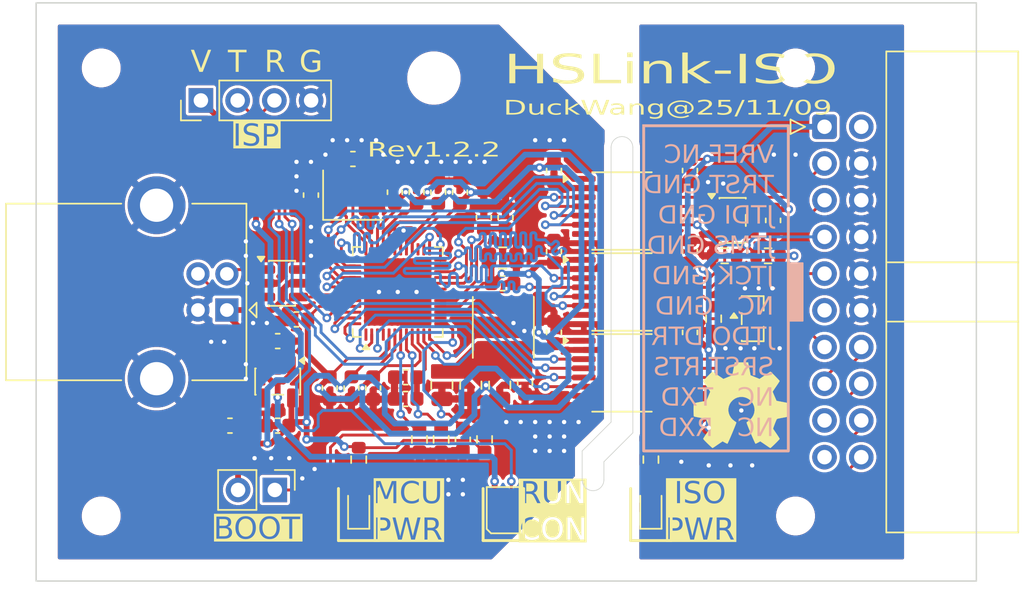
<source format=kicad_pcb>
(kicad_pcb (version 20241229) (generator "pcbnew") (generator_version "9.0")
  (layers (0 "F.Cu" signal) (2 "B.Cu" signal) (13 "F.Paste" user) (15 "B.Paste" user) (5 "F.SilkS" user "F.Silkscreen") (7 "B.SilkS" user "B.Silkscreen") (1 "F.Mask" user) (3 "B.Mask" user) (25 "Edge.Cuts" user))
  (net 0 "")
  (net 1 "VDD_SOC")
  (net 2 "GND")
  (net 3 "+3V3")
  (net 4 "/OTPCAP")
  (net 5 "/PMCCAP")
  (net 6 "/HOSCI")
  (net 7 "/HOSCO")
  (net 8 "/nRST")
  (net 9 "+5V")
  (net 10 "/ISP_RX")
  (net 11 "/ISP_TX")
  (net 13 "GND1")
  (net 14 "/ISO_JTRST")
  (net 15 "VCC")
  (net 17 "/ISO_JTMS")
  (net 18 "/ISO_RTS")
  (net 19 "/ISO_RXD")
  (net 20 "/ISO_JTDO")
  (net 21 "/ISO_TXD")
  (net 22 "/ISO_DTR")
  (net 23 "/ISO_SRST")
  (net 24 "/ISO_JTCK")
  (net 26 "/ISO_JTDI")
  (net 27 "/SW")
  (net 28 "/ISO_nRESET")
  (net 29 "/BOOT0")
  (net 30 "/BOOT1")
  (net 31 "/TRANS_PWM")
  (net 32 "/JTMS_DIR")
  (net 33 "/P_EN")
  (net 34 "/USB_D+")
  (net 35 "/nRESET")
  (net 36 "/JTRST")
  (net 37 "/JTMS_IN")
  (net 38 "/UART_RTS")
  (net 39 "/JTCK")
  (net 40 "/ADC_TVCC")
  (net 41 "/UART_DTR")
  (net 42 "/JTMS_OUT")
  (net 43 "/JTDI")
  (net 44 "/UART_TXD")
  (net 45 "Net-(U103-BP)")
  (net 46 "/JTDO")
  (net 47 "/USB_D-")
  (net 48 "/SPI_CS")
  (net 49 "/ADC_VREF")
  (net 50 "Net-(D102-A)")
  (net 51 "/PORT_EN")
  (net 53 "/WS2812")
  (net 54 "/UART_RXD")
  (net 55 "/ISO_JTMS_DIR")
  (net 56 "/ISO_JTMS_OUT")
  (net 57 "Net-(J101-D-)")
  (net 58 "Net-(J101-D+)")
  (net 65 "Net-(D101-A)")
  (footprint "Capacitor_SMD:C_0603_1608Metric" (layer "F.Cu") (at 186.5 93.3 90)
    (property "Reference" "C128" (hide yes))
    (property "Value" "20pF")
  )
  (footprint "MountingHole:MountingHole_2.2mm_M2" (layer "F.Cu") (at 220 115.5)
    (property "Reference" "H104" (hide yes))
    (property "Value" "MountingHole")
  )
  (footprint "MountingHole:MountingHole_2.2mm_M2" (layer "F.Cu") (at 172 84.5)
    (property "Reference" "H105" (hide yes))
    (property "Value" "MountingHole")
  )
  (footprint "Capacitor_SMD:C_0603_1608Metric" (layer "F.Cu") (at 193.05 105.9 180)
    (property "Reference" "C120" (hide yes))
    (property "Value" "4.7uF")
  )
  (footprint "LED_SMD:LED_WS2812B-2020_PLCC4_2.0x2.0mm" (layer "F.Cu") (at 199.8 115.1 90)
    (property "Reference" "D103" (hide yes))
    (property "Value" "WS2812B-2020")
  )
  (footprint "Capacitor_SMD:C_0603_1608Metric" (layer "F.Cu") (at 199.75 99.4)
    (property "Reference" "C106" (hide yes))
    (property "Value" "0.1uF")
  )
  (footprint "Capacitor_SMD:C_0603_1608Metric" (layer "F.Cu") (at 180.9 109.25 180)
    (property "Reference" "C130" (hide yes))
    (property "Value" "22nF")
  )
  (footprint "Resistor_SMD:R_0603_1608Metric" (layer "F.Cu") (at 198.5 110.2 -90)
    (property "Reference" "R103" (hide yes))
    (property "Value" "10K")
  )
  (footprint "Capacitor_SMD:C_0603_1608Metric" (layer "F.Cu") (at 190.8 106.65 -90)
    (property "Reference" "C111" (hide yes))
    (property "Value" "0.1uF")
  )
  (footprint "Package_SO:QSOP-16_3.9x4.9mm_P0.635mm" (layer "F.Cu") (at 208 94.4)
    (property "Reference" "U104" (hide yes))
    (property "Value" "ISO7741")
  )
  (footprint "Capacitor_SMD:C_0603_1608Metric" (layer "F.Cu") (at 197 110.2 -90)
    (property "Reference" "C122" (hide yes))
    (property "Value" "0.1uF")
  )
  (footprint "Capacitor_SMD:C_0805_2012Metric" (layer "F.Cu") (at 199.55 106.45 -90)
    (property "Reference" "C102" (hide yes))
    (property "Value" "10uF")
  )
  (footprint "Capacitor_SMD:C_0603_1608Metric" (layer "F.Cu") (at 218.45 95.05 -90)
    (property "Reference" "C114" (hide yes))
    (property "Value" "0.1uF")
  )
  (footprint "Capacitor_SMD:C_0603_1608Metric" (layer "F.Cu") (at 212.7 102.8 90)
    (property "Reference" "C112" (hide yes))
    (property "Value" "0.1uF")
  )
  (footprint "Resistor_SMD:R_0603_1608Metric" (layer "F.Cu") (at 215.1 97.5)
    (property "Reference" "R108" (hide yes))
    (property "Value" "10K")
  )
  (footprint "Resistor_SMD:R_0603_1608Metric" (layer "F.Cu") (at 218.1 97.5)
    (property "Reference" "R107" (hide yes))
    (property "Value" "10K")
  )
  (footprint "Capacitor_SMD:C_0603_1608Metric" (layer "F.Cu") (at 185.5 101.9 180)
    (property "Reference" "C121" (hide yes))
    (property "Value" "0.1uF")
  )
  (footprint "Resistor_SMD:R_0603_1608Metric" (layer "F.Cu") (at 189.8 111.6 -90)
    (property "Reference" "R101" (hide yes))
    (property "Value" "3.3K")
  )
  (footprint "MountingHole:MountingHole_2.2mm_M2" (layer "F.Cu") (at 172 115.5)
    (property "Reference" "H102" (hide yes))
    (property "Value" "MountingHole")
  )
  (footprint "Connector_PinHeader_2.54mm:PinHeader_1x04_P2.54mm_Vertical" (layer "F.Cu") (at 178.89 86.75 90)
    (property "Reference" "J102" (hide yes))
    (property "Value" "ISP")
  )
  (footprint "LED_SMD:LED_0603_1608Metric" (layer "F.Cu") (at 210 114.9 90)
    (property "Reference" "D102" (hide yes))
    (property "Value" "LED")
  )
  (footprint "Capacitor_SMD:C_0603_1608Metric" (layer "F.Cu") (at 192.3 93.1 90)
    (property "Reference" "C107" (hide yes))
    (property "Value" "0.1uF")
  )
  (footprint "Symbol:OSHW-Symbol_6.7x6mm_SilkScreen" (layer "F.Cu") (at 216.25 107.85)
    (property "Reference" "REF**" (hide yes))
    (property "Value" "OSHW-Symbol_6.7x6mm_SilkScreen" (hide yes))
  )
  (footprint "Capacitor_SMD:C_0603_1608Metric" (layer "F.Cu") (at 184.2 103.4)
    (property "Reference" "C131" (hide yes))
    (property "Value" "1uF")
  )
  (footprint "Capacitor_SMD:C_0603_1608Metric" (layer "F.Cu") (at 195.3 93.1 90)
    (property "Reference" "C108" (hide yes))
    (property "Value" "0.1uF")
  )
  (footprint "Capacitor_SMD:C_0805_2012Metric" (layer "F.Cu") (at 197.55 106.45 -90)
    (property "Reference" "C101" (hide yes))
    (property "Value" "22uF")
  )
  (footprint "Capacitor_SMD:C_0603_1608Metric" (layer "F.Cu") (at 196.8 93.1 90)
    (property "Reference" "C117" (hide yes))
    (property "Value" "0.1uF")
  )
  (footprint "Capacitor_SMD:C_0603_1608Metric" (layer "F.Cu") (at 201.3 106.3 -90)
    (property "Reference" "C105" (hide yes))
    (property "Value" "0.1uF")
  )
  (footprint "Capacitor_SMD:C_0603_1608Metric" (layer "F.Cu") (at 199.95 94.85 90)
    (property "Reference" "C119" (hide yes))
    (property "Value" "4.7uF")
  )
  (footprint "Capacitor_SMD:C_0603_1608Metric" (layer "F.Cu") (at 212.7 97.2 90)
    (property "Reference" "C118" (hide yes))
    (property "Value" "0.1uF")
  )
  (footprint "Package_TO_SOT_SMD:SOT-23-6" (layer "F.Cu") (at 184.5 99.4)
    (property "Reference" "U101" (hide yes))
    (property "Value" "USBLC6-2SC6")
  )
  (footprint "Capacitor_SMD:C_0603_1608Metric" (layer "F.Cu") (at 187.8 106.65 -90)
    (property "Reference" "C124" (hide yes))
    (property "Value" "0.1uF")
  )
  (footprint "Resistor_SMD:R_0603_1608Metric" (layer "F.Cu") (at 210 111.6 -90)
    (property "Reference" "R102" (hide yes))
    (property "Value" "3.3K")
  )
  (footprint "Connector_USB:USB_B_Lumberg_2411_02_Horizontal" (layer "F.Cu") (at 180.6875 101.25 180)
    (property "Reference" "J101" (hide yes))
    (property "Value" "USB_B")
  )
  (footprint "Package_TO_SOT_SMD:SOT-23" (layer "F.Cu") (at 217.0375 101.85)
    (property "Reference" "Q101" (hide yes))
    (property "Value" "AO3400A")
  )
  (footprint "Package_DFN_QFN:QFN-48-1EP_6x6mm_P0.4mm_EP4.2x4.2mm" (layer "F.Cu") (at 192.5 100 90)
    (property "Reference" "U102" (hide yes))
    (property "Value" "HPM5301IEG1")
  )
  (footprint "MountingHole:MountingHole_2.2mm_M2" (layer "F.Cu") (at 220 84.5)
    (property "Reference" "H103" (hide yes))
    (property "Value" "MountingHole")
  )
  (footprint "Capacitor_SMD:C_0603_1608Metric" (layer "F.Cu") (at 203.3 97.2 90)
    (property "Reference" "C129" (hide yes))
    (property "Value" "0.1uF")
  )
  (footprint "Connector_IDC:IDC-Header_2x10_P2.54mm_Horizontal" (layer "F.Cu") (at 222.0025 88.57)
    (property "Reference" "J103" (hide yes))
    (property "Value" "IDC")
  )
  (footprint "Capacitor_SMD:C_0603_1608Metric" (layer "F.Cu") (at 193.05 107.4 180)
    (property "Reference" "C116" (hide yes))
    (property "Value" "0.1uF")
  )
  (footprint "Capacitor_SMD:C_0603_1608Metric" (layer "F.Cu") (at 203.3 91.6 -90)
    (property "Reference" "C123" (hide yes))
    (property "Value" "0.1uF")
  )
  (footprint "Capacitor_SMD:C_0805_2012Metric" (layer "F.Cu") (at 199.75 97.65)
    (property "Reference" "C103" (hide yes))
    (property "Value" "10uF")
  )
  (footprint "LED_SMD:LED_0603_1608Metric" (layer "F.Cu") (at 189.8 114.9 90)
    (property "Reference" "D101" (hide yes))
    (property "Value" "LED")
  )
  (footprint "Package_TO_SOT_SMD:SOT-23-5" (layer "F.Cu") (at 215.65 95.05)
    (property "Reference" "U107" (hide yes))
    (property "Value" "74AHC1G126")
  )
  (footprint "Capacitor_SMD:C_0603_1608Metric" (layer "F.Cu") (at 184.2 109.25 180)
    (property "Reference" "C126" (hide yes))
    (property "Value" "1uF")
  )
  (footprint "Inductor_SMD:L_Sunlord_SWPA4020S" (layer "F.Cu") (at 199.8 102.45 90)
    (property "Reference" "L101" (hide yes))
    (property "Value" "4.7uH")
  )
  (footprint "Package_SO:QSOP-16_3.9x4.9mm_P0.635mm" (layer "F.Cu") (at 208 100)
    (property "Reference" "U105" (hide yes))
    (property "Value" "ISO7741")
  )
  (footprint "Resistor_SMD:R_0603_1608Metric" (layer "F.Cu") (at 195.5 110.2 -90)
    (property "Reference" "R105" (hide yes))
    (property "Value" "10K")
  )
  (footprint "MountingHole:MountingHole_3.2mm_M3" (layer "F.Cu") (at 195 85.2)
    (property "Reference" "H101" (hide yes))
    (property "Value" "MountingHole")
  )
  (footprint "Capacitor_SMD:C_0603_1608Metric" (layer "F.Cu") (at 212.7 91.6 -90)
    (property "Reference" "C110" (hide yes))
    (property "Value" "0.1uF")
  )
  (footprint "Capacitor_SMD:C_0603_1608Metric" (layer "F.Cu") (at 189.3 106.65 -90)
    (property "Reference" "C109" (hide yes))
    (property "Value" "0.1uF")
  )
  (footprint "Package_TO_SOT_SMD:SOT-23-5" (layer "F.Cu") (at 184.2 106.2 -90)
    (property "Reference" "U103" (hide yes))
    (property "Value" "RT9193")
  )
  (footprint "Resistor_SMD:R_0603_1608Metric" (layer "F.Cu") (at 194 110.2 -90)
    (property "Reference" "R104" (hide yes))
    (property "Value" "10K")
  )
  (footprint "Capacitor_SMD:C_0603_1608Metric" (layer "F.Cu") (at 193.8 93.1 90)
    (property "Reference" "C113" (hide yes))
    (property "Value" "0.1uF")
  )
  (footprint "Capacitor_SMD:C_0603_1608Metric" (layer "F.Cu") (at 203.3 102.8 90)
    (property "Reference" "C125" (hide yes))
    (property "Value" "0.1uF")
  )
  (footprint "Capacitor_SMD:C_0805_2012Metric" (layer "F.Cu") (at 195.55 106.45 -90)
    (property "Reference" "C104" (hide yes))
    (property "Value" "22uF")
  )
  (footprint "Capacitor_SMD:C_0603_1608Metric" (layer "F.Cu") (at 198.45 94.85 90)
    (property "Reference" "C115" (hide yes))
    (property "Value" "0.1uF")
  )
  (footprint "Crystal:Crystal_SMD_3225-4Pin_3.2x2.5mm" (layer "F.Cu") (at 189.4 93.3)
    (property "Reference" "Y101" (hide yes))
    (property "Value" "24MHz")
  )
  (footprint "Package_SO:QSOP-16_3.9x4.9mm_P0.635mm" (layer "F.Cu") (at 208 105.6)
    (property "Reference" "U106" (hide yes))
    (property "Value" "ISO7741")
  )
  (footprint "Resistor_SMD:R_0603_1608Metric" (layer "F.Cu") (at 214.3375 101.85 90)
    (property "Reference" "R106" (hide yes))
    (property "Value" "10K")
  )
  (footprint "Capacitor_SMD:C_0603_1608Metric" (layer "F.Cu") (at 189.4 90.8 180)
    (property "Reference" "C127" (hide yes))
    (property "Value" "20pF")
  )
  (footprint "Connector_PinHeader_2.54mm:PinHeader_1x02_P2.54mm_Vertical" (layer "F.Cu") (at 184 113.7 -90)
    (property "Reference" "SW101" (hide yes))
    (property "Value" "BOOT")
  )
  (gr_line (start 208.6 117.2) (end 211.4 117.2) (stroke (width 0.2)) (layer "F.SilkS"))
  (gr_line (start 188.4 113.6) (end 188.4 117.2) (stroke (width 0.2)) (layer "F.SilkS"))
  (gr_line (start 188.4 117.2) (end 191.2 117.2) (stroke (width 0.2)) (layer "F.SilkS"))
  (gr_line (start 198.4 113.6) (end 198.4 117.2) (stroke (width 0.2)) (layer "F.SilkS"))
  (gr_line (start 211.4 117.2) (end 211.4 113.6) (stroke (width 0.2)) (layer "F.SilkS"))
  (gr_line (start 201.2 117.2) (end 201.2 113.6) (stroke (width 0.2)) (layer "F.SilkS"))
  (gr_line (start 198.4 117.2) (end 201.2 117.2) (stroke (width 0.2)) (layer "F.SilkS"))
  (gr_line (start 208.6 113.6) (end 208.6 117.2) (stroke (width 0.2)) (layer "F.SilkS"))
  (gr_line (start 191.2 117.2) (end 191.2 113.6) (stroke (width 0.2)) (layer "F.SilkS"))
  (gr_rect (start 219.5 98) (end 220.5 102) (stroke (width 0.1)) (fill yes) (layer "B.SilkS"))
  (gr_rect (start 209.5 88.5) (end 219.5 111) (stroke (width 0.2)) (fill no) (layer "B.SilkS"))
  (gr_line (start 208.75 109.75) (end 206.75 111.75) (stroke (width 0.05)) (layer "Edge.Cuts"))
  (gr_rect (start 167.5 80) (end 232.5 120) (stroke (width 0.1)) (fill no) (layer "Edge.Cuts"))
  (gr_arc (start 206.75 113) (mid 206 113.75) (end 205.25 113) (stroke (width 0.05)) (layer "Edge.Cuts"))
  (gr_arc (start 207.25 90) (mid 208 89.25) (end 208.75 90) (stroke (width 0.05)) (layer "Edge.Cuts"))
  (gr_line (start 205.25 111) (end 205.25 113) (stroke (width 0.05)) (layer "Edge.Cuts"))
  (gr_line (start 207.25 90) (end 207.25 109) (stroke (width 0.05)) (layer "Edge.Cuts"))
  (gr_line (start 207.25 109) (end 205.25 111) (stroke (width 0.05)) (layer "Edge.Cuts"))
  (gr_line (start 208.75 109.75) (end 208.75 90) (stroke (width 0.05)) (layer "Edge.Cuts"))
  (gr_line (start 206.75 111.75) (end 206.75 113) (stroke (width 0.05)) (layer "Edge.Cuts"))
  (gr_text "HSLink-ISO" (at 199.8 85.9 0) (layer "F.SilkS") (effects (font (size 2 3) (thickness 0.1)) (justify left bottom)))
  (gr_text "ISO\nPWR" (at 213.4 115.25 0) (layer "F.SilkS" knockout) (effects (font (size 1.5 1.5) (thickness 0.1))))
  (gr_text "MCU\nPWR" (at 193.2 115.25 0) (layer "F.SilkS" knockout) (effects (font (size 1.5 1.5) (thickness 0.1))))
  (gr_text "Rev1.2.2" (at 195 90.8 0) (layer "F.SilkS") (effects (font (size 1 1.5) (thickness 0.1)) (justify bottom)))
  (gr_text "DuckWang@25/11/09" (at 199.8 87.9 0) (layer "F.SilkS") (effects (font (size 1 1.5) (thickness 0.1)) (justify left bottom)))
  (gr_text "G" (at 186.5 84.15 0) (layer "F.SilkS") (effects (font (size 1.5 1.5) (thickness 0.1))))
  (gr_text "R" (at 184 84.15 0) (layer "F.SilkS") (effects (font (size 1.5 1.5) (thickness 0.1))))
  (gr_text "RUN\nCON" (at 203.25 115.25 0) (layer "F.SilkS" knockout) (effects (font (size 1.5 1.5) (thickness 0.1))))
  (gr_text "T" (at 181.4 84.15 0) (layer "F.SilkS") (effects (font (size 1.5 1.5) (thickness 0.1))))
  (gr_text "BOOT" (at 182.75 116.45 0) (layer "F.SilkS" knockout) (effects (font (size 1.5 1.5) (thickness 0.1))))
  (gr_text "    ISP    " (at 182.7 89.25 0) (layer "F.SilkS" knockout) (effects (font (size 1.5 1.5) (thickness 0.1))))
  (gr_text "V" (at 178.9 84.15 0) (layer "F.SilkS") (effects (font (size 1.5 1.5) (thickness 0.1))))
  (gr_text "VREF NC\nTRST GND\nJTDI GND\nJTMS GND\nJTCK GND\nNC   GND\nJTDO DTR\nSRST RTS\nNC   TXD\nNC   RXD" (at 218.5 100 0) (layer "B.SilkS") (effects (font (size 1.25 1.25) (thickness 0.1)) (justify left mirror)))
  (segment (start 192.724 94.576) (end 193.099 94.576) (width 0.2) (layer "F.Cu") (net 1))
  (segment (start 193.701 105.099) (end 191.697388 105.099) (width 0.2) (layer "F.Cu") (net 1))
  (segment (start 189.05 104.6) (end 187.8 105.85) (width 0.2) (layer "F.Cu") (net 1))
  (segment (start 196.8 93.85) (end 197.55 93.1) (width 0.4) (layer "F.Cu") (net 1))
  (segment (start 186.275 104.35) (end 186.275 101.9) (width 0.4) (layer "F.Cu") (net 1))
  (segment (start 191.9 103.9) (end 191.2 104.6) (width 0.2) (layer "F.Cu") (net 1))
  (segment (start 193.5 103.620768) (end 194.051 104.171768) (width 0.2) (layer "F.Cu") (net 1))
  (segment (start 195.3 94.8) (end 193.5 96.6) (width 0.2) (layer "F.Cu") (net 1))
  (segment (start 195.875 94.8) (end 196.8 93.875) (width 0.2) (layer "F.Cu") (net 1))
  (segment (start 196.8 93.875) (end 196.8 93.85) (width 0.4) (layer "F.Cu") (net 1))
  (segment (start 191.697388 105.099) (end 190.946388 105.85) (width 0.2) (layer "F.Cu") (net 1))
  (segment (start 190.05 106.625) (end 190.8 105.875) (width 0.4) (layer "F.Cu") (net 1))
  (segment (start 191.9 102.95) (end 191.9 103.9) (width 0.2) (layer "F.Cu") (net 1))
  (segment (start 187.075 101) (end 186.275 101.8) (width 0.2) (layer "F.Cu") (net 1))
  (segment (start 190.946388 105.85) (end 190.825 105.85) (width 0.2) (layer "F.Cu") (net 1))
  (segment (start 193.8 93.85) (end 194.55 93.1) (width 0.4) (layer "F.Cu") (net 1))
  (segment (start 187.8 105.875) (end 186.275 104.35) (width 0.4) (layer "F.Cu") (net 1))
  (segment (start 187.05 106.65) (end 187.05 106.625) (width 0.4) (layer "F.Cu") (net 1))
  (segment (start 193.8 93.875) (end 193.8 93.85) (width 0.4) (layer "F.Cu") (net 1))
  (segment (start 187.05 106.625) (end 187.8 105.875) (width 0.4) (layer "F.Cu") (net 1))
  (segment (start 187.8 105.85) (end 187.8 105.875) (width 0.2) (layer "F.Cu") (net 1))
  (segment (start 198.6 106.45) (end 199.55 105.500001) (width 0.4) (layer "F.Cu") (net 1))
  (segment (start 199.674999 105.625) (end 199.55 105.500001) (width 0.4) (layer "F.Cu") (net 1))
  (segment (start 193.5 102.95) (end 193.5 103.620768) (width 0.2) (layer "F.Cu") (net 1))
  (segment (start 190.05 106.65) (end 190.05 106.625) (width 0.4) (layer "F.Cu") (net 1))
  (segment (start 195.3 94.8) (end 195.875 94.8) (width 0.2) (layer "F.Cu") (net 1))
  (segment (start 191.5 97.05) (end 191.5 95.8) (width 0.2) (layer "F.Cu") (net 1))
  (segment (start 191.2 104.6) (end 189.05 104.6) (width 0.2) (layer "F.Cu") (net 1))
  (segment (start 194.051 104.171768) (end 194.051 104.749) (width 0.2) (layer "F.Cu") (net 1))
  (segment (start 194.051 104.749) (end 193.701 105.099) (width 0.2) (layer "F.Cu") (net 1))
  (segment (start 186.275 101.8) (end 186.275 101.9) (width 0.2) (layer "F.Cu") (net 1))
  (segment (start 193.5 96.6) (end 193.5 97.05) (width 0.2) (layer "F.Cu") (net 1))
  (segment (start 193.099 94.576) (end 193.8 93.875) (width 0.2) (layer "F.Cu") (net 1))
  (segment (start 189.55 101) (end 187.075 101) (width 0.2) (layer "F.Cu") (net 1))
  (segment (start 186.275 101.9) (end 186.175 101.9) (width 0.4) (layer "F.Cu") (net 1))
  (segment (start 191.5 95.8) (end 192.724 94.576) (width 0.2) (layer "F.Cu") (net 1))
  (segment (start 190.825 105.85) (end 190.8 105.875) (width 0.2) (layer "F.Cu") (net 1))
  (via (at 194.55 93.1) (size 0.6) (drill 0.3) (layers "F.Cu" "B.Cu") (net 1))
  (via (at 198.6 106.45) (size 0.6) (drill 0.3) (layers "F.Cu" "B.Cu") (net 1))
  (via (at 190.05 106.65) (size 0.6) (drill 0.3) (layers "F.Cu" "B.Cu") (net 1))
  (via (at 197.55 93.1) (size 0.6) (drill 0.3) (layers "F.Cu" "B.Cu") (net 1))
  (via (at 187.05 106.65) (size 0.6) (drill 0.3) (layers "F.Cu" "B.Cu") (net 1))
  (segment (start 205.9 105.7) (end 203.6 108) (width 0.4) (layer "B.Cu") (net 1))
  (segment (start 197.8 108.5) (end 197.8 107.25) (width 0.4) (layer "B.Cu") (net 1))
  (segment (start 194.55 93.1) (end 195.25 92.4) (width 0.4) (layer "B.Cu") (net 1))
  (segment (start 195.25 92.4) (end 196.85 92.4) (width 0.4) (layer "B.Cu") (net 1))
  (segment (start 196.85 92.4) (end 197.55 93.1) (width 0.4) (layer "B.Cu") (net 1))
  (segment (start 196.5 109.8) (end 197.8 108.5) (width 0.4) (layer "B.Cu") (net 1))
  (segment (start 187.8 107.4) (end 189.3 107.4) (width 0.4) (layer "B.Cu") (net 1))
  (segment (start 190.05 107.85) (end 192 109.8) (width 0.4) (layer "B.Cu") (net 1))
  (segment (start 201.3 90.5) (end 204.3 90.5) (width 0.4) (layer "B.Cu") (net 1))
  (segment (start 197.8 107.25) (end 198.6 106.45) (width 0.4) (layer "B.Cu") (net 1))
  (segment (start 204.3 90.5) (end 205.9 92.1) (width 0.4) (layer "B.Cu") (net 1))
  (segment (start 189.3 107.4) (end 190.05 106.65) (width 0.4) (layer "B.Cu") (net 1))
  (segment (start 197.55 93.1) (end 198.7 93.1) (width 0.4) (layer "B.Cu") (net 1))
  (segment (start 203.6 108) (end 200.15 108) (width 0.4) (layer "B.Cu") (net 1))
  (segment (start 190.05 106.65) (end 190.05 107.85) (width 0.4) (layer "B.Cu") (net 1))
  (segment (start 192 109.8) (end 196.5 109.8) (width 0.4) (layer "B.Cu") (net 1))
  (segment (start 198.7 93.1) (end 201.3 90.5) (width 0.4) (layer "B.Cu") (net 1))
  (segment (start 200.15 108) (end 198.6 106.45) (width 0.4) (layer "B.Cu") (net 1))
  (segment (start 205.9 92.1) (end 205.9 105.7) (width 0.4) (layer "B.Cu") (net 1))
  (segment (start 187.05 106.65) (end 187.8 107.4) (width 0.4) (layer "B.Cu") (net 1))
  (segment (start 205.3625 96.6225) (end 203.4975 96.6225) (width 0.4) (layer "F.Cu") (net 2))
  (segment (start 206.180582 98.4125) (end 206.526 98.067082) (width 0.4) (layer "F.Cu") (net 2))
  (segment (start 206.526 93.026) (end 206.526 97.5) (width 0.4) (layer "F.Cu") (net 2))
  (segment (start 205.3625 98.4125) (end 206.180582 98.4125) (width 0.4) (layer "F.Cu") (net 2))
  (segment (start 206.526 103.835082) (end 206.348582 104.0125) (width 0.4) (layer "F.Cu") (net 2))
  (segment (start 206.526 107.724) (end 206.526 103.835082) (width 0.4) (layer "F.Cu") (net 2))
  (segment (start 192.699999 97.05) (end 192.699999 95.950001) (width 0.2) (layer "F.Cu") (net 2))
  (segment (start 206.526 102.573501) (end 206.526 103.25) (width 0.4) (layer "F.Cu") (net 2))
  (segment (start 206.3125 92.8125) (end 206.526 93.026) (width 0.4) (layer "F.Cu") (net 2))
  (segment (start 206.348582 104.0125) (end 205.3625 104.0125) (width 0.4) (layer "F.Cu") (net 2))
  (segment (start 205.3625 92.8125) (end 203.7375 92.8125) (width 0.4) (layer "F.Cu") (net 2))
  (segment (start 203.3 102.025) (end 203.4975 102.2225) (width 0.4) (layer "F.Cu") (net 2))
  (segment (start 205.3625 92.8125) (end 206.3125 92.8125) (width 0.4) (layer "F.Cu") (net 2))
  (segment (start 203.4975 96.6225) (end 203.3 96.425) (width 0.4) (layer "F.Cu") (net 2))
  (segment (start 206.526 96.973501) (end 206.174999 96.6225) (width 0.4) (layer "F.Cu") (net 2))
  (segment (start 205.3625 107.8225) (end 206.4275 107.8225) (width 0.4) (layer "F.Cu") (net 2))
  (segment (start 206.526 98.067082) (end 206.526 97.5) (width 0.4) (layer "F.Cu") (net 2))
  (segment (start 206.174999 102.2225) (end 206.526 102.573501) (width 0.4) (layer "F.Cu") (net 2))
  (segment (start 206.4275 107.8225) (end 206.526 107.724) (width 0.4) (layer "F.Cu") (net 2))
  (segment (start 203.4975 102.2225) (end 205.3625 102.2225) (width 0.4) (layer "F.Cu") (net 2))
  (segment (start 206.526 103.25) (end 206.526 103.835082) (width 0.4) (layer "F.Cu") (net 2))
  (segment (start 205.3625 102.2225) (end 206.174999 102.2225) (width 0.4) (layer "F.Cu") (net 2))
  (segment (start 200.625 102.025) (end 200.5 102.15) (width 0.4) (layer "F.Cu") (net 2))
  (segment (start 206.526 97.5) (end 206.526 96.973501) (width 0.4) (layer "F.Cu") (net 2))
  (segment (start 192.699999 95.950001) (end 192.9 95.75) (width 0.2) (layer "F.Cu") (net 2))
  (segment (start 203.3 102.025) (end 200.625 102.025) (width 0.4) (layer "F.Cu") (net 2))
  (segment (start 206.174999 96.6225) (end 205.3625 96.6225) (width 0.4) (layer "F.Cu") (net 2))
  (segment (start 206.526 103.25) (end 206.526 97.5) (width 0.4) (layer "F.Cu") (net 2))
  (segment (start 203.7375 92.8125) (end 203.3 92.375) (width 0.4) (layer "F.Cu") (net 2))
  (via (at 204 109) (size 0.6) (drill 0.3) (layers "F.Cu" "B.Cu") (net 2))
  (via (at 182 97.5) (size 0.6) (drill 0.3) (layers "F.Cu" "B.Cu") (net 2))
  (via (at 185 111.5) (size 0.6) (drill 0.3) (layers "F.Cu" "B.Cu") (net 2))
  (via (at 187.5 90.5) (size 0.6) (drill 0.3) (layers "F.Cu" "B.Cu") (net 2))
  (via (at 185.5 92) (size 0.6) (drill 0.3) (layers "F.Cu" "B.Cu") (net 2))
  (via (at 202 110) (size 0.6) (drill 0.3) (layers "F.Cu" "B.Cu") (net 2))
  (via (at 182.5 102.15) (size 0.6) (drill 0.3) (layers "F.Cu" "B.Cu") (net 2))
  (via (at 201 109) (size 0.6) (drill 0.3) (layers "F.Cu" "B.Cu") (net 2))
  (via (at 203 89.5) (size 0.6) (drill 0.3) (layers "F.Cu" "B.Cu") (net 2))
  (via (at 188 89.5) (size 0.6) (drill 0.3) (layers "F.Cu" "B.Cu") (net 2))
  (via (at 183.45 102.15) (size 0.6) (drill 0.3) (layers "F.Cu" "B.Cu") (net 2))
  (via (at 186.75 112.25) (size 0.6) (drill 0.3) (layers "F.Cu" "B.Cu") (net 2))
  (via (at 185.5 91) (size 0.6) (drill 0.3) (layers "F.Cu" "B.Cu") (net 2))
  (via (at 186.5 96.5) (size 0.6) (drill 0.3) (layers "F.Cu" "B.Cu") (net 2))
  (via (at 186.5 95.5) (size 0.6) (drill 0.3) (layers "F.Cu" "B.Cu") (net 2))
  (via (at 182 106) (size 0.6) (drill 0.3) (layers "F.Cu" "B.Cu") (net 2))
  (via (at 195.5 91) (size 0.6) (drill 0.3) (layers "F.Cu" "B.Cu") (net 2))
  (via (at 197 114) (size 0.6) (drill 0.3) (layers "F.Cu" "B.Cu") (net 2))
  (via (at 200 109) (size 0.6) (drill 0.3) (layers "F.Cu" "B.Cu") (net 2))
  (via (at 196 113) (size 0.6) (drill 0.3) (layers "F.Cu" "B.Cu") (net 2))
  (via (at 193.8 100) (size 0.6) (drill 0.3) (layers "F.Cu" "B.Cu") (net 2))
  (via (at 197 113) (size 0.6) (drill 0.3) (layers "F.Cu" "B.Cu") (net 2))
  (via (at 202 111) (size 0.6) (drill 0.3) (layers "F.Cu" "B.Cu") (net 2))
  (via (at 183.75 111.5) (size 0.6) (drill 0.3) (layers "F.Cu" "B.Cu") (net 2))
  (via (at 182 96.5) (size 0.6) (drill 0.3) (layers "F.Cu" "B.Cu") (net 2))
  (via (at 179.6 103.45) (size 0.6) (drill 0.3) (layers "F.Cu" "B.Cu") (net 2))
  (via (at 185.9 112.9) (size 0.6) (drill 0.3) (layers "F.Cu" "B.Cu") (net 2))
  (via (at 182 105) (size 0.6) (drill 0.3) (layers "F.Cu" "B.Cu") (net 2))
  (via (at 200.5 102.15) (size 0.6) (drill 0.3) (layers "F.Cu" "B.Cu") (net 2))
  (via (at 193.5 91) (size 0.6) (drill 0.3) (layers "F.Cu" "B.Cu") (net 2))
  (via (at 204 111) (size 0.6) (drill 0.3) (layers "F.Cu" "B.Cu") (net 2))
  (via (at 205 109) (size 0.6) (drill 0.3) (layers "F.Cu" "B.Cu") (net 2))
  (via (at 201.25 102.7) (size 0.6) (drill 0.3) (layers "F.Cu" "B.Cu") (net 2))
  (via (at 196 114) (size 0.6) (drill 0.3) (layers "F.Cu" "B.Cu") (net 2))
  (via (at 194.5 91) (size 0.6) (drill 0.3) (layers "F.Cu" "B.Cu") (net 2))
  (via (at 192.5 100) (size 0.6) (drill 0.3) (layers "F.Cu" "B.Cu") (net 2))
  (via (at 191.2 100) (size 0.6) (drill 0.3) (layers "F.Cu" "B.Cu") (net 2))
  (via (at 197.5 91) (size 0.6) (drill 0.3) (layers "F.Cu" "B.Cu") (net 2))
  (via (at 203 109) (size 0.6) (drill 0.3) (layers "F.Cu" "B.Cu") (net 2))
  (via (at 185.5 93) (size 0.6) (drill 0.3) (layers "F.Cu" "B.Cu") (net 2))
  (via (at 182.1 99.4) (size 0.6) (drill 0.3) (layers "F.Cu" "B.Cu") (net 2))
  (via (at 203 110) (size 0.6) (drill 0.3) (layers "F.Cu" "B.Cu") (net 2))
  (via (at 196.5 91) (size 0.6) (drill 0.3) (layers "F.Cu" "B.Cu") (net 2))
  (via (at 198.5 91) (size 0.6) (drill 0.3) (layers "F.Cu" "B.Cu") (net 2))
  (via (at 202 109) (size 0.6) (drill 0.3) (layers "F.Cu" "B.Cu") (net 2))
  (via (at 186.5 97.5) (size 0.6) (drill 0.3) (layers "F.Cu" "B.Cu") (net 2))
  (via (at 204 89.5) (size 0.6) (drill 0.3) (layers "F.Cu" "B.Cu") (net 2))
  (via (at 191 89.5) (size 0.6) (drill 0.3) (layers "F.Cu" "B.Cu") (net 2))
  (via (at 203 111) (size 0.6) (drill 0.3) (layers "F.Cu" "B.Cu") (net 2))
  (via (at 190 89.5) (size 0.6) (drill 0.3) (layers "F.Cu" "B.Cu") (net 2))
  (via (at 191.5 90.5) (size 0.6) (drill 0.3) (layers "F.Cu" "B.Cu") (net 2))
  (via (at 192.5 91) (size 0.6) (drill 0.3) (layers "F.Cu" "B.Cu") (net 2))
  (via (at 182.6 111.5) (size 0.6) (drill 0.3) (layers "F.Cu" "B.Cu") (net 2))
  (via (at 204 110) (size 0.6) (drill 0.3) (layers "F.Cu" "B.Cu") (net 2))
  (via (at 189 89.5) (size 0.6) (drill 0.3) (layers "F.Cu" "B.Cu") (net 2))
  (via (at 180.5 103.45) (size 0.6) (drill 0.3) (layers "F.Cu" "B.Cu") (net 2))
  (via (at 202 89.5) (size 0.6) (drill 0.3) (layers "F.Cu" "B.Cu") (net 2))
  (via (at 192.9 95.75) (size 0.6) (drill 0.3) (layers "F.Cu" "B.Cu") (net 2))
  (via (at 186.5 91) (size 0.6) (drill 0.3) (layers "F.Cu" "B.Cu") (net 2))
  (segment (start 196.8 101) (end 198.4 99.4) (width 0.2) (layer "F.Cu") (net 3))
  (segment (start 185.149999 108.825001) (end 184.975 109) (width 0.4) (layer "F.Cu") (net 3))
  (segment (start 192.901 110.274) (end 192.4 110.775) (width 0.2) (layer "F.Cu") (net 3))
  (segment (start 182.7 93.8) (end 182.7 95.3) (width 0.4) (layer "F.Cu") (net 3))
  (segment (start 192.4 110.775) (end 189.8 110.775) (width 0.2) (layer "F.Cu") (net 3))
  (segment (start 185.149999 107.3375) (end 185.149999 108.825001) (width 0.4) (layer "F.Cu") (net 3))
  (segment (start 191.9 95.9) (end 192.3 95.5) (width 0.2) (layer "F.Cu") (net 3))
  (segment (start 205.3625 97.7775) (end 203.4975 97.7775) (width 0.4) (layer "F.Cu") (net 3))
  (segment (start 194.45 95.15) (end 194.6 95) (width 0.2) (layer "F.Cu") (net 3))
  (segment (start 202.8 103.1) (end 203.275 103.575) (width 0.4) (layer "F.Cu") (net 3))
  (segment (start 192.3 95.5) (end 192.649 95.151) (width 0.2) (layer "F.Cu") (net 3))
  (segment (start 184.975 109.25) (end 184.975 109.2) (width 0.4) (layer "F.Cu") (net 3))
  (segment (start 198.975 97.825) (end 198.8 97.65) (width 0.4) (layer "F.Cu") (net 3))
  (segment (start 178.9 86.75) (end 181.7 89.55) (width 0.4) (layer "F.Cu") (net 3))
  (segment (start 194.05 95.55) (end 194.6 95) (width 0.2) (layer "F.Cu") (net 3))
  (segment (start 203.275 103.575) (end 203.3 103.575) (width 0.4) (layer "F.Cu") (net 3))
  (segment (start 194.224 95.376) (end 194.45 95.15) (width 0.2) (layer "F.Cu") (net 3))
  (segment (start 184.975 109.25) (end 183.7375 110.4875) (width 0.4) (layer "F.Cu") (net 3))
  (segment (start 203.4975 103.3775) (end 203.3 103.575) (width 0.4) (layer "F.Cu") (net 3))
  (segment (start 205.3625 103.3775) (end 203.4975 103.3775) (width 0.4) (layer "F.Cu") (net 3))
  (segment (start 192.3 94.4) (end 192.3 93.875) (width 0.2) (layer "F.Cu") (net 3))
  (segment (start 181.7 89.55) (end 181.7 92.8) (width 0.4) (layer "F.Cu") (net 3))
  (segment (start 183.7375 110.4875) (end 183.4875 110.4875) (width 0.4) (layer "F.Cu") (net 3))
  (segment (start 205.3625 92.1775) (end 204.6525 92.1775) (width 0.4) (layer "F.Cu") (net 3))
  (segment (start 192.300001 97.05) (end 192.3 95.5) (width 0.2) (layer "F.Cu") (net 3))
  (segment (start 194.6 95) (end 195.3 94.3) (width 0.2) (layer "F.Cu") (net 3))
  (segment (start 202.549 103.1) (end 202.8 103.1) (width 0.4) (layer "F.Cu") (net 3))
  (segment (start 186.2 109) (end 186.2 110.2) (width 0.4) (layer "F.Cu") (net 3))
  (segment (start 198.5 111.025) (end 198.400001 111.025) (width 0.2) (layer "F.Cu") (net 3))
  (segment (start 202.249 102.8) (end 202.549 103.1) (width 0.4) (layer "F.Cu") (net 3))
  (segment (start 202.325 97.975) (end 201.55 98.75) (width 0.4) (layer "F.Cu") (net 3))
  (segment (start 191.3 105) (end 190.15 105) (width 0.2) (layer "F.Cu") (net 3))
  (segment (start 183.4875 110.4875) (end 182.2625 110.4875) (width 0.4) (layer "F.Cu") (net 3))
  (segment (start 202.3 91.4) (end 202.725 91.4) (width 0.4) (layer "F.Cu") (net 3))
  (segment (start 182.2625 110.4875) (end 181.46 111.29) (width 0.4) (layer "F.Cu") (net 3))
  (segment (start 189.725 110.7) (end 189.8 110.775) (width 0.2) (layer "F.Cu") (net 3))
  (segment (start 198.975 99.4) (end 198.975 97.825) (width 0.4) (layer "F.Cu") (net 3))
  (segment (start 190.15 105) (end 189.3 105.85) (width 0.2) (layer "F.Cu") (net 3))
  (segment (start 198.4 99.4) (end 198.975 99.4) (width 0.2) (layer "F.Cu") (net 3))
  (segment (start 204.6525 92.1775) (end 203.3 90.825) (width 0.4) (layer "F.Cu") (net 3))
  (segment (start 191.100001 97.05) (end 191.100001 95.599999) (width 0.2) (layer "F.Cu") (net 3))
  (segment (start 192.300001 102.95) (end 192.300001 103.999999) (width 0.2) (layer "F.Cu") (net 3))
  (segment (start 192.649 95.151) (end 194.449 95.151) (width 0.2) (layer "F.Cu") (net 3))
  (segment (start 193.1 96.5) (end 194.05 95.55) (width 0.2) (layer "F.Cu") (net 3))
  (segment (start 191.100001 95.599999) (end 192.3 94.4) (width 0.2) (layer "F.Cu") (net 3))
  (segment (start 185.175 109) (end 186.2 109) (width 0.4) (layer "F.Cu") (net 3))
  (segment (start 195.3 93.875) (end 195.3 93.85) (width 0.4) (layer "F.Cu") (net 3))
  (segment (start 178.89 86.75) (end 178.9 86.75) (width 0.4) (layer "F.Cu") (net 3))
  (segment (start 192.300001 103.999999) (end 191.3 105) (width 0.2) (layer "F.Cu") (net 3))
  (segment (start 192.3 93.85) (end 193.05 93.1) (width 0.4) (layer "F.Cu") (net 3))
  (segment (start 195.3 93.85) (end 196.05 93.1) (width 0.4) (layer "F.Cu") (net 3))
  (segment (start 193.1 97.05) (end 193.1 96.5) (width 0.2) (layer "F.Cu") (net 3))
  (segment (start 194.05 95.55) (end 194.224 95.376) (width 0.2) (layer "F.Cu") (net 3))
  (segment (start 192.3 93.875) (end 192.3 93.85) (width 0.4) (layer "F.Cu") (net 3))
  (segment (start 194.449 95.151) (end 194.45 95.15) (width 0.2) (layer "F.Cu") (net 3))
  (segment (start 189.3 105.9) (end 188.55 106.65) (width 0.4) (layer "F.Cu") (net 3))
  (segment (start 189.3 105.85) (end 189.3 105.875) (width 0.2) (layer "F.Cu") (net 3))
  (segment (start 184.975 109.2) (end 185.175 109) (width 0.4) (layer "F.Cu") (net 3))
  (segment (start 188.8 110.7) (end 189.725 110.7) (width 0.2) (layer "F.Cu") (net 3))
  (segment (start 202.725 91.4) (end 203.3 90.825) (width 0.4) (layer "F.Cu") (net 3))
  (segment (start 197.649001 110.274) (end 192.901 110.274) (width 0.2) (layer "F.Cu") (net 3))
  (segment (start 198.975 99.4) (end 199.05 99.4) (width 0.4) (layer "F.Cu") (net 3))
  (segment (start 195.45 101) (end 196.8 101) (width 0.2) (layer "F.Cu") (net 3))
  (segment (start 203.4975 97.7775) (end 203.3 97.975) (width 0.4) (layer "F.Cu") (net 3))
  (segment (start 198.400001 111.025) (end 197.649001 110.274) (width 0.2) (layer "F.Cu") (net 3))
  (segment (start 191.9 97.05) (end 191.9 95.9) (width 0.2) (layer "F.Cu") (net 3))
  (segment (start 199.05 99.4) (end 199.7 98.75) (width 0.4) (layer "F.Cu") (net 3))
  (segment (start 184.975 109) (end 184.975 109.25) (width 0.4) (layer "F.Cu") (net 3))
  (segment (start 195.3 94.3) (end 195.3 93.875) (width 0.2) (layer "F.Cu") (net 3))
  (segment (start 189.3 105.875) (end 189.3 105.9) (width 0.4) (layer "F.Cu") (net 3))
  (segment (start 181.46 111.29) (end 181.46 113.7) (width 0.4) (layer "F.Cu") (net 3))
  (segment (start 203.3 97.975) (end 202.325 97.975) (width 0.4) (layer "F.Cu") (net 3))
  (segment (start 181.7 92.8) (end 182.7 93.8) (width 0.4) (layer "F.Cu") (net 3))
  (via (at 199.7 98.75) (size 0.6) (drill 0.3) (layers "F.Cu" "B.Cu") (net 3))
  (via (at 202.249 102.8) (size 0.6) (drill 0.3) (layers "F.Cu" "B.Cu") (net 3))
  (via (at 182.7 95.3) (size 0.6) (drill 0.3) (layers "F.Cu" "B.Cu") (net 3))
  (via (at 193.05 93.1) (size 0.6) (drill 0.3) (layers "F.Cu" "B.Cu") (net 3))
  (via (at 188.8 110.7) (size 0.6) (drill 0.3) (layers "F.Cu" "B.Cu") (net 3))
  (via (at 201.55 98.75) (size 0.6) (drill 0.3) (layers "F.Cu" "B.Cu") (net 3))
  (via (at 202.3 91.4) (size 0.6) (drill 0.3) (layers "F.Cu" "B.Cu") (net 3))
  (via (at 188.55 106.65) (size 0.6) (drill 0.3) (layers "F.Cu" "B.Cu") (net 3))
  (via (at 186.2 109) (size 0.6) (drill 0.3) (layers "F.Cu" "B.Cu") (net 3))
  (via (at 183.4875 110.4875) (size 0.6) (drill 0.3) (layers "F.Cu" "B.Cu") (net 3))
  (via (at 186.2 110.2) (size 0.6) (drill 0.3) (layers "F.Cu" "B.Cu") (net 3))
  (via (at 196.05 93.1) (size 0.6) (drill 0.3) (layers "F.Cu" "B.Cu") (net 3))
  (segment (start 186.2 110.2) (end 188.3 110.2) (width 0.4) (layer "B.Cu") (net 3))
  (segment (start 204.3 104.4) (end 204.3 106.1) (width 0.4) (layer "B.Cu") (net 3))
  (segment (start 196.05 93.1) (end 196.701 93.751) (width 0.4) (layer "B.Cu") (net 3))
  (segment (start 186.2 109) (end 186.2 106.4) (width 0.4) (layer "B.Cu") (net 3))
  (segment (start 196.9 106.5) (end 196.9 108.3) (width 0.4) (layer "B.Cu") (net 3))
  (segment (start 191.6 106.9) (end 190.6 105.9) (width 0.4) (layer "B.Cu") (net 3))
  (segment (start 202.549 103.1) (end 203 103.1) (width 0.4) (layer "B.Cu") (net 3))
  (segment (start 182.7 95.3) (end 182.7 95.5) (width 0.4) (layer "B.Cu") (net 3))
  (segment (start 202.251 99.151) (end 201.85 98.75) (width 0.4) (layer "B.Cu") (net 3))
  (segment (start 201.6 91.4) (end 202.3 91.4) (width 0.4) (layer "B.Cu") (net 3))
  (segment (start 184.9 106.1) (end 184.1 106.1) (width 0.4) (layer "B.Cu") (net 3))
  (segment (start 196.1 109.1) (end 192.279232 109.1) (width 0.4) (layer "B.Cu") (net 3))
  (segment (start 186.8 105.8) (end 187.7 105.8) (width 0.4) (layer "B.Cu") (net 3))
  (segment (start 182.7 95.5) (end 183.7 96.5) (width 0.4) (layer "B.Cu") (net 3))
  (segment (start 185.8 102.9) (end 185.8 105.2) (width 0.4) (layer "B.Cu") (net 3))
  (segment (start 184.1 106.1) (end 183.4875 106.7125) (width 0.4) (layer "B.Cu") (net 3))
  (segment (start 196.9 108.3) (end 196.1 109.1) (width 0.4) (layer "B.Cu") (net 3))
  (segment (start 196.701 93.751) (end 199.249 93.751) (width 0.4) (layer "B.Cu") (net 3))
  (segment (start 199.3 105.3) (end 198.1 105.3) (width 0.4) (layer "B.Cu") (net 3))
  (segment (start 202.249 99.76319) (end 202.251 99.76119) (width 0.4) (layer "B.Cu") (net 3))
  (segment (start 193.75 93.8) (end 195.35 93.8) (width 0.4) (layer "B.Cu") (net 3))
  (segment (start 192.279232 109.1) (end 191.6 108.420768) (width 0.4) (layer "B.Cu") (net 3))
  (segment (start 193.05 93.1) (end 193.75 93.8) (width 0.4) (layer "B.Cu") (net 3))
  (segment (start 189.3 105.9) (end 188.55 106.65) (width 0.4) (layer "B.Cu") (net 3))
  (segment (start 186.2 106.4) (end 186.8 105.8) (width 0.4) (layer "B.Cu") (net 3))
  (segment (start 201.3 107.3) (end 199.3 105.3) (width 0.4) (layer "B.Cu") (net 3))
  (segment (start 202.249 102.8) (end 202.549 103.1) (width 0.4) (layer "B.Cu") (net 3))
  (segment (start 203 103.1) (end 204.3 104.4) (width 0.4) (layer "B.Cu") (net 3))
  (segment (start 204.3 106.1) (end 203.1 107.3) (width 0.4) (layer "B.Cu") (net 3))
  (segment (start 205.2 100.9) (end 203 103.1) (width 0.4) (layer "B.Cu") (net 3))
  (segment (start 204.1 91.4) (end 205.2 92.5) (width 0.4) (layer "B.Cu") (net 3))
  (segment (start 187.7 105.8) (end 188.55 106.65) (width 0.4) (layer "B.Cu") (net 3))
  (segment (start 201.85 98.75) (end 201.55 98.75) (width 0.4) (layer "B.Cu") (net 3))
  (segment (start 183.7 100.8) (end 185.8 102.9) (width 0.4) (layer "B.Cu") (net 3))
  (segment (start 203.1 107.3) (end 201.3 107.3) (width 0.4) (layer "B.Cu") (net 3))
  (segment (start 183.4875 106.7125) (end 183.4875 110.4875) (width 0.4) (layer "B.Cu") (net 3))
  (segment (start 195.35 93.8) (end 196.05 93.1) (width 0.4) (layer "B.Cu") (net 3))
  (segment (start 183.7 96.5) (end 183.7 100.8) (width 0.4) (layer "B.Cu") (net 3))
  (segment (start 202.249 102.8) (end 202.249 99.76319) (width 0.4) (layer "B.Cu") (net 3))
  (segment (start 185.8 105.2) (end 184.9 106.1) (width 0.4) (layer "B.Cu") (net 3))
  (segment (start 191.6 108.420768) (end 191.6 106.9) (width 0.4) (layer "B.Cu") (net 3))
  (segment (start 198.1 105.3) (end 196.9 106.5) (width 0.4) (layer "B.Cu") (net 3))
  (segment (start 188.3 110.2) (end 188.8 110.7) (width 0.4) (layer "B.Cu") (net 3))
  (segment (start 201.55 98.75) (end 199.7 98.75) (width 0.4) (layer "B.Cu") (net 3))
  (segment (start 205.2 92.5) (end 205.2 100.9) (width 0.4) (layer "B.Cu") (net 3))
  (segment (start 202.3 91.4) (end 204.1 91.4) (width 0.4) (layer "B.Cu") (net 3))
  (segment (start 190.6 105.9) (end 189.3 105.9) (width 0.4) (layer "B.Cu") (net 3))
  (segment (start 199.249 93.751) (end 201.6 91.4) (width 0.4) (layer "B.Cu") (net 3))
  (segment (start 202.251 99.76119) (end 202.251 99.151) (width 0.4) (layer "B.Cu") (net 3))
  (segment (start 194.402 104.02638) (end 194.402 105.348001) (width 0.2) (layer "F.Cu") (net 4))
  (segment (start 193.899999 103.524379) (end 194.402 104.02638) (width 0.2) (layer "F.Cu") (net 4))
  (segment (start 193.850001 105.9) (end 193.825 105.9) (width 0.2) (layer "F.Cu") (net 4))
  (segment (start 193.825 107.4) (end 193.825 105.9) (width 0.4) (layer "F.Cu") (net 4))
  (segment (start 193.899999 102.95) (end 193.899999 103.524379) (width 0.2) (layer "F.Cu") (net 4))
  (segment (start 194.402 105.348001) (end 193.850001 105.9) (width 0.2) (layer "F.Cu") (net 4))
  (segment (start 197.951 96.899) (end 197.951 99.199) (width 0.2) (layer "F.Cu") (net 5))
  (segment (start 198.45 96.4) (end 197.951 96.899) (width 0.2) (layer "F.Cu") (net 5))
  (segment (start 198.45 95.625) (end 199.95 95.625) (width 0.4) (layer "F.Cu") (net 5))
  (segment (start 198.45 95.625) (end 198.45 96.4) (width 0.2) (layer "F.Cu") (net 5))
  (segment (start 197.951 99.199) (end 196.55 100.6) (width 0.2) (layer "F.Cu") (net 5))
  (segment (start 196.55 100.6) (end 195.45 100.6) (width 0.2) (layer "F.Cu") (net 5))
  (segment (start 190.175 92.125) (end 190.5 92.45) (width 0.4) (layer "F.Cu") (net 6))
  (segment (start 189.4 93.55) (end 189.4 95.2) (width 0.2) (layer "F.Cu") (net 6))
  (segment (start 190.5 92.45) (end 189.4 93.55) (width 0.2) (layer "F.Cu") (net 6))
  (segment (start 190.175 90.8) (end 190.175 92.125) (width 0.4) (layer "F.Cu") (net 6))
  (segment (start 190.7 96.5) (end 190.7 97.05) (width 0.2) (layer "F.Cu") (net 6))
  (segment (start 189.4 95.2) (end 190.7 96.5) (width 0.2) (layer "F.Cu") (net 6))
  (segment (start 188.95 94.8) (end 188.3 94.15) (width 0.2) (layer "F.Cu") (net 7))
  (segment (start 188.95 95.25) (end 190.3 96.6) (width 0.2) (layer "F.Cu") (net 7))
  (segment (start 188.3 94.15) (end 186.575 94.15) (width 0.4) (layer "F.Cu") (net 7))
  (segment (start 186.575 94.15) (end 186.5 94.075) (width 0.4) (layer "F.Cu") (net 7))
  (segment (start 190.3 96.6) (end 190.3 97.05) (width 0.2) (layer "F.Cu") (net 7))
  (segment (start 188.95 95.25) (end 188.95 94.8) (width 0.2) (layer "F.Cu") (net 7))
  (segment (start 195.5 108.45) (end 196.025 108.45) (width 0.2) (layer "F.Cu") (net 8))
  (segment (start 195.9 102.2) (end 196.1 102.4) (width 0.2) (layer "F.Cu") (net 8))
  (segment (start 198.499999 109.374999) (end 197.050001 109.374999) (width 0.2) (layer "F.Cu") (net 8))
  (segment (start 197.050001 109.374999) (end 197 109.425) (width 0.2) (layer "F.Cu") (net 8))
  (segment (start 196.1 102.4) (end 196.3 102.6) (width 0.2) (layer "F.Cu") (net 8))
  (segment (start 196.025 108.45) (end 197 109.425) (width 0.2) (layer "F.Cu") (net 8))
  (segment (start 198.5 109.375) (end 198.499999 109.374999) (width 0.2) (layer "F.Cu") (net 8))
  (segment (start 195.45 102.2) (end 195.9 102.2) (width 0.2) (layer "F.Cu") (net 8))
  (segment (start 196.3 102.6) (end 196.3 103.5) (width 0.2) (layer "F.Cu") (net 8))
  (via (at 196.3 103.5) (size 0.6) (drill 0.3) (layers "F.Cu" "B.Cu") (net 8))
  (via (at 195.5 108.45) (size 0.6) (drill 0.3) (layers "F.Cu" "B.Cu") (net 8))
  (segment (start 195.5 108) (end 194.3 106.8) (width 0.2) (layer "B.Cu") (net 8))
  (segment (start 194.3 104.05) (end 194.85 103.5) (width 0.2) (layer "B.Cu") (net 8))
  (segment (start 194.85 103.5) (end 196.3 103.5) (width 0.2) (layer "B.Cu") (net 8))
  (segment (start 195.5 108.45) (end 195.5 108) (width 0.2) (layer "B.Cu") (net 8))
  (segment (start 194.3 106.8) (end 194.3 104.05) (width 0.2) (layer "B.Cu") (net 8))
  (segment (start 183.25 105.0625) (end 183.25 103.575) (width 0.4) (layer "F.Cu") (net 9))
  (segment (start 180.6875 101.25) (end 180.6875 101.5875) (width 0.4) (layer "F.Cu") (net 9))
  (segment (start 183.8 106.2) (end 183.250001 105.650001) (width 0.4) (layer "F.Cu") (net 9))
  (segment (start 182.5 103.4) (end 183.425 103.4) (width 0.4) (layer "F.Cu") (net 9))
  (segment (start 199.2 113.1) (end 199.2 114.135) (width 0.4) (layer "F.Cu") (net 9))
  (segment (start 184.2 107.3) (end 184.2 106.2) (width 0.4) (layer "F.Cu") (net 9))
  (segment (start 184.5 99.875001) (end 184.975001 99.4) (width 0.4) (layer "F.Cu") (net 9))
  (segment (start 184.2 106.2) (end 183.8 106.2) (width 0.4) (layer "F.Cu") (net 9))
  (segment (start 199.2 114.135) (end 199.25 114.185) (width 0.4) (layer "F.Cu") (net 9))
  (segment (start 184.587499 106.2) (end 184.2 106.2) (width 0.4) (layer "F.Cu") (net 9))
  (segment (start 183.250001 105.650001) (end 183.250001 105.0625) (width 0.4) (layer "F.Cu") (net 9))
  (segment (start 185.149999 105.6375) (end 184.587499 106.2) (width 0.4) (layer "F.Cu") (net 9))
  (segment (start 184.5 100.587678) (end 183.837678 101.25) (width 0.4) (layer "F.Cu") (net 9))
  (segment (start 183.837678 101.25) (end 180.6875 101.25) (width 0.4) (layer "F.Cu") (net 9))
  (segment (start 184.975001 99.4) (end 185.6375 99.4) (width 0.4) (layer "F.Cu") (net 9))
  (segment (start 185.149999 105.0625) (end 185.149999 105.6375) (width 0.4) (layer "F.Cu") (net 9))
  (segment (start 184.5 100.587678) (end 184.5 99.875001) (width 0.4) (layer "F.Cu") (net 9))
  (segment (start 180.6875 101.5875) (end 182.5 103.4) (width 0.4) (layer "F.Cu") (net 9))
  (segment (start 183.25 103.575) (end 183.425 103.4) (width 0.4) (layer "F.Cu") (net 9))
  (via (at 184.2 107.3) (size 0.6) (drill 0.3) (layers "F.Cu" "B.Cu") (net 9))
  (via (at 199.2 113.1) (size 0.6) (drill 0.3) (layers "F.Cu" "B.Cu") (net 9))
  (segment (start 199 111.4) (end 199.2 111.6) (width 0.4) (layer "B.Cu") (net 9))
  (segment (start 184.2 107.3) (end 184.2 109.120654) (width 0.4) (layer "B.Cu") (net 9))
  (segment (start 184.2 109.120654) (end 186.479346 111.4) (width 0.4) (layer "B.Cu") (net 9))
  (segment (start 199.2 111.6) (end 199.2 113.1) (width 0.4) (layer "B.Cu") (net 9))
  (segment (start 186.479346 111.4) (end 199 111.4) (width 0.4) (layer "B.Cu") (net 9))
  (segment (start 194.3 102.95) (end 194.3 103.427992) (width 0.2) (layer "F.Cu") (net 10))
  (segment (start 194.3 103.427992) (end 195.1 104.227992) (width 0.2) (layer "F.Cu") (net 10))
  (segment (start 183 92.4) (end 183 87.719999) (width 0.2) (layer "F.Cu") (net 10))
  (segment (start 184.7 94.1) (end 183 92.4) (width 0.2) (layer "F.Cu") (net 10))
  (segment (start 184.7 94.8) (end 184.7 94.1) (width 0.2) (layer "F.Cu") (net 10))
  (segment (start 183 87.719999) (end 183.969999 86.75) (width 0.2) (layer "F.Cu") (net 10))
  (segment (start 195.1 104.227992) (end 195.1 104.4) (width 0.2) (layer "F.Cu") (net 10))
  (segment (start 185.2 95.3) (end 184.7 94.8) (width 0.2) (layer "F.Cu") (net 10))
  (via (at 185.2 95.3) (size 0.6) (drill 0.3) (layers "F.Cu" "B.Cu") (net 10))
  (via (at 195.1 104.4) (size 0.6) (drill 0.3) (layers "F.Cu" "B.Cu") (net 10))
  (segment (start 189 104.6) (end 187.2 102.8) (width 0.2) (layer "B.Cu") (net 10))
  (segment (start 195.1 104.4) (end 195.7 105) (width 0.2) (layer "B.Cu") (net 10))
  (segment (start 196.7 105) (end 197.7 104) (width 0.2) (layer "B.Cu") (net 10))
  (segment (start 191.7 103.45) (end 191.7 104.3) (width 0.2) (layer "B.Cu") (net 10))
  (segment (start 192.75 102.4) (end 191.7 103.45) (width 0.2) (layer "B.Cu") (net 10))
  (segment (start 191.7 104.3) (end 191.4 104.6) (width 0.2) (layer "B.Cu") (net 10))
  (segment (start 197.7 102.9) (end 197.2 102.4) (width 0.2) (layer "B.Cu") (net 10))
  (segment (start 191.4 104.6) (end 189 104.6) (width 0.2) (layer "B.Cu") (net 10))
  (segment (start 197.2 102.4) (end 192.75 102.4) (width 0.2) (layer "B.Cu") (net 10))
  (segment (start 195.7 105) (end 196.7 105) (width 0.2) (layer "B.Cu") (net 10))
  (segment (start 187.2 102.8) (end 187.2 102.3) (width 0.2) (layer "B.Cu") (net 10))
  (segment (start 187.2 102.3) (end 185.2 100.3) (width 0.2) (layer "B.Cu") (net 10))
  (segment (start 185.2 100.3) (end 185.2 95.3) (width 0.2) (layer "B.Cu") (net 10))
  (segment (start 197.7 104) (end 197.7 102.9) (width 0.2) (layer "B.Cu") (net 10))
  (segment (start 194.7 103.2) (end 195.9 104.4) (width 0.2) (layer "F.Cu") (net 11))
  (segment (start 184.3 95.3) (end 184.3 94.3) (width 0.2) (layer "F.Cu") (net 11))
  (segment (start 194.7 102.95) (end 194.7 103.2) (width 0.2) (layer "F.Cu") (net 11))
  (segment (start 184.3 94.3) (end 182.4 92.4) (width 0.2) (layer "F.Cu") (net 11))
  (segment (start 182.4 87.72) (end 181.43 86.75) (width 0.2) (layer "F.Cu") (net 11))
  (segment (start 182.4 92.4) (end 182.4 87.72) (width 0.2) (layer "F.Cu") (net 11))
  (via (at 184.3 95.3) (size 0.6) (drill 0.3) (layers "F.Cu" "B.Cu") (net 11))
  (via (at 195.9 104.4) (size 0.6) (drill 0.3) (layers "F.Cu" "B.Cu") (net 11))
  (segment (start 196.8 102.8) (end 197.15 103.15) (width 0.2) (layer "B.Cu") (net 11))
  (segment (start 186.8 103) (end 188.8 105) (width 0.2) (layer "B.Cu") (net 11))
  (segment (start 184.3 95.3) (end 184.8 95.8) (width 0.2) (layer "B.Cu") (net 11))
  (segment (start 192.1 104.05) (end 193.35 102.8) (width 0.2) (layer "B.Cu") (net 11))
  (segment (start 193.35 102.8) (end 196.8 102.8) (width 0.2) (layer "B.Cu") (net 11))
  (segment (start 184.8 95.8) (end 184.8 100.5) (width 0.2) (layer "B.Cu") (net 11))
  (segment (start 191.7 105) (end 192.1 104.6) (width 0.2) (layer "B.Cu") (net 11))
  (segment (start 196.5 104.4) (end 195.9 104.4) (width 0.2) (layer "B.Cu") (net 11))
  (segment (start 192.1 104.6) (end 192.1 104.05) (width 0.2) (layer "B.Cu") (net 11))
  (segment (start 188.8 105) (end 191.7 105) (width 0.2) (layer "B.Cu") (net 11))
  (segment (start 186.8 102.5) (end 186.8 103) (width 0.2) (layer "B.Cu") (net 11))
  (segment (start 197.15 103.75) (end 196.5 104.4) (width 0.2) (layer "B.Cu") (net 11))
  (segment (start 184.8 100.5) (end 186.8 102.5) (width 0.2) (layer "B.Cu") (net 11))
  (segment (start 197.15 103.15) (end 197.15 103.75) (width 0.2) (layer "B.Cu") (net 11))
  (segment (start 209.474 103.5) (end 209.474 97.5) (width 0.4) (layer "F.Cu") (net 13))
  (segment (start 210.6375 102.2225) (end 209.825001 102.2225) (width 0.4) (layer "F.Cu") (net 13))
  (segment (start 209.474 96.973501) (end 209.825001 96.6225) (width 0.4) (layer "F.Cu") (net 13))
  (segment (start 209.825001 96.6225) (end 210.6375 96.6225) (width 0.4) (layer "F.Cu") (net 13))
  (segment (start 212.2625 92.8125) (end 212.7 92.375) (width 0.4) (layer "F.Cu") (net 13))
  (segment (start 210.6375 96.6225) (end 212.5025 96.6225) (width 0.4) (layer "F.Cu") (net 13))
  (segment (start 210.6375 107.8225) (end 209.819418 107.8225) (width 0.4) (layer "F.Cu") (net 13))
  (segment (start 209.6875 92.8125) (end 209.474 93.026) (width 0.4) (layer "F.Cu") (net 13))
  (segment (start 209.474 103.835082) (end 209.651418 104.0125) (width 0.4) (layer "F.Cu") (net 13))
  (segment (start 209.474 103.25) (end 209.474 103.835082) (width 0.4) (layer "F.Cu") (net 13))
  (segment (start 209.474 107.477082) (end 209.474 103.5) (width 0.4) (layer "F.Cu") (net 13))
  (segment (start 209.474 93.026) (end 209.474 97.5) (width 0.4) (layer "F.Cu") (net 13))
  (segment (start 209.651418 104.0125) (end 210.6375 104.0125) (width 0.4) (layer "F.Cu") (net 13))
  (segment (start 210.6375 92.8125) (end 209.6875 92.8125) (width 0.4) (layer "F.Cu") (net 13))
  (segment (start 210.6375 98.4125) (end 209.819418 98.4125) (width 0.4) (layer "F.Cu") (net 13))
  (segment (start 209.819418 98.4125) (end 209.474 98.067082) (width 0.4) (layer "F.Cu") (net 13))
  (segment (start 209.474 97.5) (end 209.474 96.973501) (width 0.4) (layer "F.Cu") (net 13))
  (segment (start 210.6375 102.2225) (end 212.5025 102.2225) (width 0.4) (layer "F.Cu") (net 13))
  (segment (start 209.474 103.5) (end 209.474 103.25) (width 0.4) (layer "F.Cu") (net 13))
  (segment (start 212.5025 102.2225) (end 212.7 102.025) (width 0.4) (layer "F.Cu") (net 13))
  (segment (start 210.6375 92.8125) (end 212.2625 92.8125) (width 0.4) (layer "F.Cu") (net 13))
  (segment (start 209.819418 107.8225) (end 209.474 107.477082) (width 0.4) (layer "F.Cu") (net 13))
  (segment (start 209.825001 102.2225) (end 209.474 102.573501) (width 0.4) (layer "F.Cu") (net 13))
  (segment (start 209.474 102.573501) (end 209.474 103.25) (width 0.4) (layer "F.Cu") (net 13))
  (segment (start 212.5025 96.6225) (end 212.7 96.425) (width 0.4) (layer "F.Cu") (net 13))
  (segment (start 209.474 98.067082) (end 209.474 97.5) (width 0.4) (layer "F.Cu") (net 13))
  (via (at 216.25 108.2) (size 0.6) (drill 0.3) (layers "F.Cu" "B.Cu") (net 13))
  (via (at 218.9 103.9) (size 0.6) (drill 0.3) (layers "F.Cu" "B.Cu") (net 13))
  (via (at 218.5 90.5) (size 0.6) (drill 0.3) (layers "F.Cu" "B.Cu") (net 13))
  (via (at 217 112) (size 0.6) (drill 0.3) (layers "F.Cu" "B.Cu") (net 13))
  (via (at 213.95 92.4) (size 0.6) (drill 0.3) (layers "F.Cu" "B.Cu") (net 13))
  (via (at 217.15 103.9) (size 0.6) (drill 0.3) (layers "F.Cu" "B.Cu") (net 13))
  (via (at 216.5 99.75) (size 0.6) (drill 0.3) (layers "F.Cu" "B.Cu") (net 13))
  (via (at 214 112) (size 0.6) (drill 0.3) (layers "F.Cu" "B.Cu") (net 13))
  (via (at 218.4 99.75) (size 0.6) (drill 0.3) (layers "F.Cu" "B.Cu") (net 13))
  (via (at 215 92.5) (size 0.6) (drill 0.3) (layers "F.Cu" "B.Cu") (net 13))
  (via (at 215.15 103.9) (size 0.6) (drill 0.3) (layers "F.Cu" "B.Cu") (net 13))
  (via (at 216.2 103.9) (size 0.6) (drill 0.3) (layers "F.Cu" "B.Cu") (net 13))
  (via (at 217.45 99.75) (size 0.6) (drill 0.3) (layers "F.Cu" "B.Cu") (net 13))
  (via (at 220 90.5) (size 0.6) (drill 0.3) (layers "F.Cu" "B.Cu") (net 13))
  (via (at 215.5 112) (size 0.6) (drill 0.3) (layers "F.Cu" "B.Cu") (net 13))
  (via (at 212.1 111.75) (size 0.6) (drill 0.3) (layers "F.Cu" "B.Cu") (net 13))
  (segment (start 210.6375 93.4475) (end 219.665 93.4475) (width 0.2) (layer "F.Cu") (net 14))
  (segment (start 219.665 93.4475) (end 222.0025 91.11) (width 0.2) (layer "F.Cu") (net 14))
  (segment (start 211.3475 92.1775) (end 212.7 90.825) (width 0.4) (layer "F.Cu") (net 15))
  (segment (start 212.625 110.775) (end 210 110.775) (width 0.4) (layer "F.Cu") (net 15))
  (segment (start 213.575 103.575) (end 214 104) (width 0.4) (layer "F.Cu") (net 15))
  (segment (start 210.6375 103.3775) (end 212.5025 103.3775) (width 0.4) (layer "F.Cu") (net 15))
  (segment (start 218.275 94.1) (end 218.45 94.275) (width 0.4) (layer "F.Cu") (net 15))
  (segment (start 216.7875 94.1) (end 218.275 94.1) (width 0.4) (layer "F.Cu") (net 15))
  (segment (start 219.525 94.275) (end 218.45 94.275) (width 0.4) (layer "F.Cu") (net 15))
  (segment (start 213.875 90.825) (end 213.9 90.8) (width 0.2) (layer "F.Cu") (net 15))
  (segment (start 212.5025 97.7775) (end 212.7 97.975) (width 0.4) (layer "F.Cu") (net 15))
  (segment (start 212.5025 103.3775) (end 212.7 103.575) (width 0.4) (layer "F.Cu") (net 15))
  (segment (start 213.175 97.975) (end 213.6 98.4) (width 0.4) (layer "F.Cu") (net 15))
  (segment (start 210.6375 92.1775) (end 211.3475 92.1775) (width 0.4) (layer "F.Cu") (net 15))
  (segment (start 212.7 90.825) (end 213.875 90.825) (width 0.2) (layer "F.Cu") (net 15))
  (segment (start 218.925 97.5) (end 219.9 97.5) (width 0.4) (layer "F.Cu") (net 15))
  (segment (start 210.6375 97.7775) (end 212.5025 97.7775) (width 0.4) (layer "F.Cu") (net 15))
  (segment (start 212.7 97.975) (end 213.175 97.975) (width 0.4) (layer "F.Cu") (net 15))
  (segment (start 212.7 103.575) (end 213.575 103.575) (width 0.4) (layer "F.Cu") (net 15))
  (segment (start 214 109.4) (end 212.625 110.775) (width 0.4) (layer "F.Cu") (net 15))
  (via (at 214 109.4) (size 0.6) (drill 0.3) (layers "F.Cu" "B.Cu") (net 15))
  (via (at 213.9 90.8) (size 0.6) (drill 0.3) (layers "F.Cu" "B.Cu") (net 15))
  (via (at 219.9 97.5) (size 0.6) (drill 0.3) (layers "F.Cu" "B.Cu") (net 15))
  (via (at 214 104) (size 0.6) (drill 0.3) (layers "F.Cu" "B.Cu") (net 15))
  (via (at 219.525 94.275) (size 0.6) (drill 0.3) (layers "F.Cu" "B.Cu") (net 15))
  (via (at 213.6 98.4) (size 0.6) (drill 0.3) (layers "F.Cu" "B.Cu") (net 15))
  (segment (start 212.549 97.349) (end 212.549 92.151) (width 0.4) (layer "B.Cu") (net 15))
  (segment (start 212.549 92.151) (end 213.9 90.8) (width 0.4) (layer "B.Cu") (net 15))
  (segment (start 214 98.8) (end 213.6 98.4) (width 0.4) (layer "B.Cu") (net 15))
  (segment (start 213.6 98.4) (end 214.5 97.5) (width 0.4) (layer "B.Cu") (net 15))
  (segment (start 213.6 98.4) (end 212.549 97.349) (width 0.4) (layer "B.Cu") (net 15))
  (segment (start 214 109.4) (end 214 104) (width 0.4) (layer "B.Cu") (net 15))
  (segment (start 216.1 90.8) (end 218.33 88.57) (width 0.4) (layer "B.Cu") (net 15))
  (segment (start 214 104) (end 214 98.8) (width 0.4) (layer "B.Cu") (net 15))
  (segment (start 214.5 97.5) (end 219.9 97.5) (width 0.4) (layer "B.Cu") (net 15))
  (segment (start 218.33 88.57) (end 222.0025 88.57) (width 0.4) (layer "B.Cu") (net 15))
  (segment (start 216.05 90.8) (end 216.1 90.8) (width 0.4) (layer "B.Cu") (net 15))
  (segment (start 219.525 94.275) (end 216.05 90.8) (width 0.4) (layer "B.Cu") (net 15))
  (segment (start 216.05 90.8) (end 213.9 90.8) (width 0.4) (layer "B.Cu") (net 15))
  (segment (start 216.6 96.825) (end 215.925 97.5) (width 0.2) (layer "F.Cu") (net 17))
  (segment (start 210.6375 95.3525) (end 213.1975 95.3525) (width 0.2) (layer "F.Cu") (net 17))
  (segment (start 216.6 96.1875) (end 216.7875 96) (width 0.2) (layer "F.Cu") (net 17))
  (segment (start 216.6 96.75) (end 216.6 96.1875) (width 0.2) (layer "F.Cu") (net 17))
  (segment (start 217.275 97.425) (end 216.6 96.75) (width 0.2) (layer "F.Cu") (net 17))
  (segment (start 213.1975 95.3525) (end 213.2 95.35) (width 0.2) (layer "F.Cu") (net 17))
  (segment (start 216.6 96.75) (end 216.6 96.825) (width 0.2) (layer "F.Cu") (net 17))
  (segment (start 217.275 97.5) (end 217.275 97.425) (width 0.2) (layer "F.Cu") (net 17))
  (via (at 216.6 96.75) (size 0.6) (drill 0.3) (layers "F.Cu" "B.Cu") (net 17))
  (via (at 213.2 95.35) (size 0.6) (drill 0.3) (layers "F.Cu" "B.Cu") (net 17))
  (segment (start 213.2 95.35) (end 214.6 96.75) (width 0.2) (layer "B.Cu") (net 17))
  (segment (start 216.6 96.75) (end 217.16 96.19) (width 0.2) (layer "B.Cu") (net 17))
  (segment (start 217.16 96.19) (end 222.0025 96.19) (width 0.2) (layer "B.Cu") (net 17))
  (segment (start 214.6 96.75) (end 216.6 96.75) (width 0.2) (layer "B.Cu") (net 17))
  (segment (start 219.65 106.1) (end 219.65 108.6) (width 0.2) (layer "F.Cu") (net 18))
  (segment (start 223.25 109.65) (end 223.25 107.6425) (width 0.2) (layer "F.Cu") (net 18))
  (segment (start 219.65 108.6) (end 221.2 110.15) (width 0.2) (layer "F.Cu") (net 18))
  (segment (start 221.2 110.15) (end 222.75 110.15) (width 0.2) (layer "F.Cu") (net 18))
  (segment (start 223.25 107.6425) (end 224.5425 106.35) (width 0.2) (layer "F.Cu") (net 18))
  (segment (start 222.75 110.15) (end 223.25 109.65) (width 0.2) (layer "F.Cu") (net 18))
  (segment (start 218.8325 105.2825) (end 219.65 106.1) (width 0.2) (layer "F.Cu") (net 18))
  (segment (start 210.637501 105.2825) (end 218.8325 105.2825) (width 0.2) (layer "F.Cu") (net 18))
  (segment (start 221.15 113.2) (end 222.7725 113.2) (width 0.2) (layer "F.Cu") (net 19))
  (segment (start 218.45 110.5) (end 221.15 113.2) (width 0.2) (layer "F.Cu") (net 19))
  (segment (start 222.7725 113.2) (end 224.5425 111.43) (width 0.2) (layer "F.Cu") (net 19))
  (segment (start 218.45 107) (end 218.45 110.5) (width 0.2) (layer "F.Cu") (net 19))
  (segment (start 210.6375 106.5525) (end 218.0025 106.5525) (width 0.2) (layer "F.Cu") (net 19))
  (segment (start 218.0025 106.5525) (end 218.45 107) (width 0.2) (layer "F.Cu") (net 19))
  (segment (start 214 101.85) (end 216.5 101.85) (width 0.2) (layer "F.Cu") (net 20))
  (segment (start 217.6 102.95) (end 221.1425 102.95) (width 0.2) (layer "F.Cu") (net 20))
  (segment (start 216.5 101.85) (end 217.6 102.95) (width 0.2) (layer "F.Cu") (net 20))
  (segment (start 213.1025 100.9525) (end 214 101.85) (width 0.2) (layer "F.Cu") (net 20))
  (segment (start 210.6375 100.9525) (end 213.1025 100.9525) (width 0.2) (layer "F.Cu") (net 20))
  (segment (start 221.1425 102.95) (end 222.0025 103.81) (width 0.2) (layer "F.Cu") (net 20))
  (segment (start 210.637501 105.9175) (end 218.3675 105.9175) (width 0.2) (layer "F.Cu") (net 21))
  (segment (start 218.3675 105.9175) (end 219.05 106.6) (width 0.2) (layer "F.Cu") (net 21))
  (segment (start 223.25 112) (end 223.25 110.7) (width 0.2) (layer "F.Cu") (net 21))
  (segment (start 219.05 110.3) (end 221.45 112.7) (width 0.2) (layer "F.Cu") (net 21))
  (segment (start 219.05 106.6) (end 219.05 110.3) (width 0.2) (layer "F.Cu") (net 21))
  (segment (start 223.25 110.7) (end 224.5425 109.4075) (width 0.2) (layer "F.Cu") (net 21))
  (segment (start 222.55 112.7) (end 223.25 112) (width 0.2) (layer "F.Cu") (net 21))
  (segment (start 224.5425 109.4075) (end 224.5425 108.89) (width 0.2) (layer "F.Cu") (net 21))
  (segment (start 221.45 112.7) (end 222.55 112.7) (width 0.2) (layer "F.Cu") (net 21))
  (segment (start 221 107.6) (end 222.55 107.6) (width 0.2) (layer "F.Cu") (net 22))
  (segment (start 224.5425 104.307501) (end 224.5425 103.81) (width 0.2) (layer "F.Cu") (net 22))
  (segment (start 219.1475 104.6475) (end 220.3 105.8) (width 0.2) (layer "F.Cu") (net 22))
  (segment (start 223.25 106.9) (end 223.25 105.600001) (width 0.2) (layer "F.Cu") (net 22))
  (segment (start 210.6375 104.6475) (end 219.1475 104.6475) (width 0.2) (layer "F.Cu") (net 22))
  (segment (start 223.25 105.600001) (end 224.5425 104.307501) (width 0.2) (layer "F.Cu") (net 22))
  (segment (start 220.3 105.8) (end 220.3 106.9) (width 0.2) (layer "F.Cu") (net 22))
  (segment (start 222.55 107.6) (end 223.25 106.9) (width 0.2) (layer "F.Cu") (net 22))
  (segment (start 220.3 106.9) (end 221 107.6) (width 0.2) (layer "F.Cu") (net 22))
  (segment (start 223.3 104.65) (end 222.0025 105.9475) (width 0.2) (layer "F.Cu") (net 23))
  (segment (start 222.6 102.55) (end 223.3 103.25) (width 0.2) (layer "F.Cu") (net 23))
  (segment (start 219.15 101.85) (end 219.85 102.55) (width 0.2) (layer "F.Cu") (net 23))
  (segment (start 222.0025 105.9475) (end 222.0025 106.35) (width 0.2) (layer "F.Cu") (net 23))
  (segment (start 217.975 101.85) (end 219.15 101.85) (width 0.2) (layer "F.Cu") (net 23))
  (segment (start 223.3 103.25) (end 223.3 104.65) (width 0.2) (layer "F.Cu") (net 23))
  (segment (start 219.85 102.55) (end 222.6 102.55) (width 0.2) (layer "F.Cu") (net 23))
  (segment (start 215.12 98.73) (end 222.0025 98.73) (width 0.2) (layer "F.Cu") (net 24))
  (segment (start 210.6375 99.6825) (end 214.1675 99.6825) (width 0.2) (layer "F.Cu") (net 24))
  (segment (start 214.1675 99.6825) (end 215.12 98.73) (width 0.2) (layer "F.Cu") (net 24))
  (segment (start 215.65 95.5) (end 215.65 96.35) (width 0.2) (layer "F.Cu") (net 26))
  (segment (start 215.1 98) (end 214.0525 99.0475) (width 0.2) (layer "F.Cu") (net 26))
  (segment (start 216.1 95.05) (end 215.65 95.5) (width 0.2) (layer "F.Cu") (net 26))
  (segment (start 215.1 96.9) (end 215.1 98) (width 0.2) (layer "F.Cu") (net 26))
  (segment (start 220.6025 95.05) (end 216.1 95.05) (width 0.2) (layer "F.Cu") (net 26))
  (segment (start 222.0025 93.65) (end 220.6025 95.05) (width 0.2) (layer "F.Cu") (net 26))
  (segment (start 214.0525 99.0475) (end 210.6375 99.0475) (width 0.2) (layer "F.Cu") (net 26))
  (segment (start 215.65 96.35) (end 215.1 96.9) (width 0.2) (layer "F.Cu") (net 26))
  (segment (start 216.1 100.9) (end 214.4625 100.9) (width 0.2) (layer "F.Cu") (net 28))
  (segment (start 213.63 100.3175) (end 214.3375 101.025) (width 0.2) (layer "F.Cu") (net 28))
  (segment (start 214.4625 100.9) (end 214.3375 101.025) (width 0.2) (layer "F.Cu") (net 28))
  (segment (start 210.6375 100.3175) (end 213.63 100.3175) (width 0.2) (layer "F.Cu") (net 28))
  (segment (start 193.9 108.45) (end 194.55 108.45) (width 0.2) (layer "F.Cu") (net 29))
  (segment (start 193.1 104) (end 193.5 104.4) (width 0.2) (layer "F.Cu") (net 29))
  (segment (start 193.1 102.95) (end 193.1 104) (width 0.2) (layer "F.Cu") (net 29))
  (segment (start 194.55 108.45) (end 195.475 109.375) (width 0.2) (layer "F.Cu") (net 29))
  (segment (start 195.475 109.375) (end 195.5 109.375) (width 0.2) (layer "F.Cu") (net 29))
  (via (at 193.9 108.45) (size 0.6) (drill 0.3) (layers "F.Cu" "B.Cu") (net 29))
  (via (at 193.5 104.4) (size 0.6) (drill 0.3) (layers "F.Cu" "B.Cu") (net 29))
  (segment (start 193.9 108.45) (end 193.9 107.9) (width 0.2) (layer "B.Cu") (net 29))
  (segment (start 193.5 107.5) (end 193.5 104.4) (width 0.2) (layer "B.Cu") (net 29))
  (segment (start 193.9 107.9) (end 193.5 107.5) (width 0.2) (layer "B.Cu") (net 29))
  (segment (start 194 109.4) (end 194 109.375) (width 0.2) (layer "F.Cu") (net 30))
  (segment (start 192.699999 102.95) (end 192.7 104.4) (width 0.2) (layer "F.Cu") (net 30))
  (segment (start 193.975 109.4) (end 194 109.375) (width 0.2) (layer "F.Cu") (net 30))
  (segment (start 193.65 109.4) (end 193.975 109.4) (width 0.2) (layer "F.Cu") (net 30))
  (segment (start 187.85 110.75) (end 188.7 109.9) (width 0.2) (layer "F.Cu") (net 30))
  (segment (start 184 113.7) (end 186.7 113.7) (width 0.2) (layer "F.Cu") (net 30))
  (segment (start 187.85 112.55) (end 187.85 110.75) (width 0.2) (layer "F.Cu") (net 30))
  (segment (start 193.5 109.9) (end 194 109.4) (width 0.2) (layer "F.Cu") (net 30))
  (segment (start 192.7 108.45) (end 193.65 109.4) (width 0.2) (layer "F.Cu") (net 30))
  (segment (start 186.7 113.7) (end 187.85 112.55) (width 0.2) (layer "F.Cu") (net 30))
  (segment (start 188.7 109.9) (end 193.5 109.9) (width 0.2) (layer "F.Cu") (net 30))
  (via (at 192.7 104.4) (size 0.6) (drill 0.3) (layers "F.Cu" "B.Cu") (net 30))
  (via (at 192.7 108.45) (size 0.6) (drill 0.3) (layers "F.Cu" "B.Cu") (net 30))
  (segment (start 192.7 108.45) (end 192.7 104.4) (width 0.2) (layer "B.Cu") (net 30))
  (segment (start 188.9 98.2) (end 189.55 98.2) (width 0.2) (layer "F.Cu") (net 32))
  (segment (start 188.6 96.6) (end 188.6 97.9) (width 0.2) (layer "F.Cu") (net 32))
  (segment (start 202.7325 94.0825) (end 202.7 94.05) (width 0.2) (layer "F.Cu") (net 32))
  (segment (start 188.6 97.9) (end 188.9 98.2) (width 0.2) (layer "F.Cu") (net 32))
  (segment (start 205.3625 94.0825) (end 202.7325 94.0825) (width 0.2) (layer "F.Cu") (net 32))
  (via (at 202.7 94.05) (size 0.6) (drill 0.3) (layers "F.Cu" "B.Cu") (net 32))
  (via (at 188.6 96.6) (size 0.6) (drill 0.3) (layers "F.Cu" "B.Cu") (net 32))
  (segment (start 189.499165 96.6) (end 189.499165 96.09) (width 0.2) (layer "B.Cu") (net 32))
  (segment (start 189.989165 97.25) (end 190.059165 97.25) (width 0.2) (layer "B.Cu") (net 32))
  (segment (start 200 95.2) (end 202.301 92.899) (width 0.2) (layer "B.Cu") (net 32))
  (segment (start 191 96.6) (end 191.282842 96.317157) (width 0.2) (layer "B.Cu") (net 32))
  (segment (start 190.339165 95.95) (end 190.409165 95.95) (width 0.2) (layer "B.Cu") (net 32))
  (segment (start 189.849165 96.09) (end 189.849165 96.6) (width 0.2) (layer "B.Cu") (net 32))
  (segment (start 191.282842 96.317157) (end 191.469813 96.130187) (width 0.2) (layer "B.Cu") (net 32))
  (segment (start 191.469813 96.130187) (end 192.4 95.2) (width 0.2) (layer "B.Cu") (net 32))
  (segment (start 190.759165 96.6) (end 191 96.6) (width 0.2) (layer "B.Cu") (net 32))
  (segment (start 189.639165 95.95) (end 189.709165 95.95) (width 0.2) (layer "B.Cu") (net 32))
  (segment (start 189.499165 96.74) (end 189.499165 96.6) (width 0.2) (layer "B.Cu") (net 32))
  (segment (start 192.4 95.2) (end 200 95.2) (width 0.2) (layer "B.Cu") (net 32))
  (segment (start 203.528232 92.899) (end 203.851 93.221768) (width 0.2) (layer "B.Cu") (net 32))
  (segment (start 189.289165 97.25) (end 189.359165 97.25) (width 0.2) (layer "B.Cu") (net 32))
  (segment (start 189.499165 97.11) (end 189.499165 96.74) (width 0.2) (layer "B.Cu") (net 32))
  (segment (start 190.199165 96.46) (end 190.199165 96.09) (width 0.2) (layer "B.Cu") (net 32))
  (segment (start 190.199165 97.11) (end 190.199165 96.6) (width 0.2) (layer "B.Cu") (net 32))
  (segment (start 203.851 93.221768) (end 203.851 93.748) (width 0.2) (layer "B.Cu") (net 32))
  (segment (start 202.301 92.899) (end 203.528232 92.899) (width 0.2) (layer "B.Cu") (net 32))
  (segment (start 190.549165 96.09) (end 190.549165 96.46) (width 0.2) (layer "B.Cu") (net 32))
  (segment (start 189.849165 96.6) (end 189.849165 97.11) (width 0.2) (layer "B.Cu") (net 32))
  (segment (start 203.549 94.05) (end 202.7 94.05) (width 0.2) (layer "B.Cu") (net 32))
  (segment (start 190.199165 96.6) (end 190.199165 96.46) (width 0.2) (layer "B.Cu") (net 32))
  (segment (start 188.6 96.6) (end 189.009165 96.6) (width 0.2) (layer "B.Cu") (net 32))
  (segment (start 190.689165 96.6) (end 190.759165 96.6) (width 0.2) (layer "B.Cu") (net 32))
  (segment (start 203.851 93.748) (end 203.549 94.05) (width 0.2) (layer "B.Cu") (net 32))
  (segment (start 189.149165 96.74) (end 189.149165 97.11) (width 0.2) (layer "B.Cu") (net 32))
  (arc (start 190.199165 96.09) (mid 190.24017 95.991005) (end 190.339165 95.95) (width 0.2) (layer "B.Cu") (net 32))
  (arc (start 189.499165 96.09) (mid 189.54017 95.991005) (end 189.639165 95.95) (width 0.2) (layer "B.Cu") (net 32))
  (arc (start 190.549165 96.46) (mid 190.59017 96.558995) (end 190.689165 96.6) (width 0.2) (layer "B.Cu") (net 32))
  (arc (start 189.849165 97.11) (mid 189.89017 97.208995) (end 189.989165 97.25) (width 0.2) (layer "B.Cu") (net 32))
  (arc (start 190.059165 97.25) (mid 190.15816 97.208995) (end 190.199165 97.11) (width 0.2) (layer "B.Cu") (net 32))
  (arc (start 189.709165 95.95) (mid 189.80816 95.991005) (end 189.849165 96.09) (width 0.2) (layer "B.Cu") (net 32))
  (arc (start 190.409165 95.95) (mid 190.50816 95.991005) (end 190.549165 96.09) (width 0.2) (layer "B.Cu") (net 32))
  (arc (start 189.149165 97.11) (mid 189.19017 97.208995) (end 189.289165 97.25) (width 0.2) (layer "B.Cu") (net 32))
  (arc (start 189.359165 97.25) (mid 189.45816 97.208995) (end 189.499165 97.11) (width 0.2) (layer "B.Cu") (net 32))
  (arc (start 189.009165 96.6) (mid 189.10816 96.641005) (end 189.149165 96.74) (width 0.2) (layer "B.Cu") (net 32))
  (segment (start 187.15 100.6) (end 189.55 100.6) (width 0.2) (layer "F.Cu") (net 34))
  (segment (start 186.9 100.35) (end 187.15 100.6) (width 0.2) (layer "F.Cu") (net 34))
  (segment (start 185.6375 100.35) (end 186.9 100.35) (width 0.2) (layer "F.Cu") (net 34))
  (segment (start 197.0745 99.4) (end 195.45 99.4) (width 0.2) (layer "F.Cu") (net 35))
  (segment (start 205.3625 100.3175) (end 203.3175 100.3175) (width 0.2) (layer "F.Cu") (net 35))
  (segment (start 197.6 98.8745) (end 197.0745 99.4) (width 0.2) (layer "F.Cu") (net 35))
  (segment (start 203.3175 100.3175) (end 203.3 100.3) (width 0.2) (layer "F.Cu") (net 35))
  (segment (start 197.6 96.4) (end 197.6 98.8745) (width 0.2) (layer "F.Cu") (net 35))
  (via (at 197.6 96.4) (size 0.6) (drill 0.3) (layers "F.Cu" "B.Cu") (net 35))
  (via (at 203.3 100.3) (size 0.6) (drill 0.3) (layers "F.Cu" "B.Cu") (net 35))
  (segment (start 204.3 98.139791) (end 204.3 99.85) (width 0.2) (layer "B.Cu") (net 35))
  (segment (start 198.548131 96.09) (end 198.548131 96.26) (width 0.2) (layer "B.Cu") (net 35))
  (segment (start 203.329323 97.029324) (end 203.329324 97.029324) (width 0.2) (layer "B.Cu") (net 35))
  (segment (start 204.029359 97.022252) (end 204.078856 97.071749) (width 0.2) (layer "B.Cu") (net 35))
  (segment (start 200.298131 96.76) (end 200.298131 96.4) (width 0.2) (layer "B.Cu") (net 35))
  (segment (start 203.240935 97.294489) (end 203.311645 97.365199) (width 0.2) (layer "B.Cu") (net 35))
  (segment (start 199.388131 96.9) (end 199.458131 96.9) (width 0.2) (layer "B.Cu") (net 35))
  (segment (start 203.329324 97.029324) (end 203.240935 97.117712) (width 0.2) (layer "B.Cu") (net 35))
  (segment (start 200.438131 95.9) (end 200.508131 95.9) (width 0.2) (layer "B.Cu") (net 35))
  (segment (start 200.648131 96.4) (end 200.648131 96.76) (width 0.2) (layer "B.Cu") (net 35))
  (segment (start 199.248131 96.4) (end 199.248131 96.76) (width 0.2) (layer "B.Cu") (net 35))
  (segment (start 203.85 100.3) (end 203.3 100.3) (width 0.2) (layer "B.Cu") (net 35))
  (segment (start 200.088131 96.9) (end 200.158131 96.9) (width 0.2) (layer "B.Cu") (net 35))
  (segment (start 201.698131 96.76) (end 201.698131 96.4) (width 0.2) (layer "B.Cu") (net 35))
  (segment (start 200.998131 96.4) (end 200.998131 96.04) (width 0.2) (layer "B.Cu") (net 35))
  (segment (start 203.675803 97.177814) (end 203.831367 97.02225) (width 0.2) (layer "B.Cu") (net 35))
  (segment (start 204.3 98) (end 204.3 98.139791) (width 0.2) (layer "B.Cu") (net 35))
  (segment (start 198.548131 96.4) (end 198.548131 96.76) (width 0.2) (layer "B.Cu") (net 35))
  (segment (start 199.948131 96.4) (end 199.948131 96.76) (width 0.2) (layer "B.Cu") (net 35))
  (segment (start 199.598131 96.4) (end 199.598131 96.09) (width 0.2) (layer "B.Cu") (net 35))
  (segment (start 197.6 96.4) (end 198.058131 96.4) (width 0.2) (layer "B.Cu") (net 35))
  (segment (start 202.188131 96.4) (end 202.258131 96.4) (width 0.2) (layer "B.Cu") (net 35))
  (segment (start 200.788131 96.9) (end 200.858131 96.9) (width 0.2) (layer "B.Cu") (net 35))
  (segment (start 198.898131 96.76) (end 198.898131 96.4) (width 0.2) (layer "B.Cu") (net 35))
  (segment (start 203.428318 96.930329) (end 203.329323 97.029324) (width 0.2) (layer "B.Cu") (net 35))
  (segment (start 199.738131 95.95) (end 199.808131 95.95) (width 0.2) (layer "B.Cu") (net 35))
  (segment (start 198.338131 95.95) (end 198.408131 95.95) (width 0.2) (layer "B.Cu") (net 35))
  (segment (start 200.998131 96.76) (end 200.998131 96.4) (width 0.2) (layer "B.Cu") (net 35))
  (segment (start 202.048131 96.04) (end 202.048131 96.26) (width 0.2) (layer "B.Cu") (net 35))
  (segment (start 199.948131 96.09) (end 199.948131 96.4) (width 0.2) (layer "B.Cu") (net 35))
  (segment (start 201.348131 96.04) (end 201.348131 96.4) (width 0.2) (layer "B.Cu") (net 35))
  (segment (start 203.972789 97.672789) (end 204.3 98) (width 0.2) (layer "B.Cu") (net 35))
  (segment (start 198.198131 96.26) (end 198.198131 96.09) (width 0.2) (layer "B.Cu") (net 35))
  (segment (start 202.7 96.4) (end 202.982842 96.682842) (width 0.2) (layer "B.Cu") (net 35))
  (segment (start 201.838131 95.9) (end 201.908131 95.9) (width 0.2) (layer "B.Cu") (net 35))
  (segment (start 203.583881 96.774765) (end 203.428318 96.930329) (width 0.2) (layer "B.Cu") (net 35))
  (segment (start 201.138131 95.9) (end 201.208131 95.9) (width 0.2) (layer "B.Cu") (net 35))
  (segment (start 199.598131 96.76) (end 199.598131 96.4) (width 0.2) (layer "B.Cu") (net 35))
  (segment (start 201.488131 96.9) (end 201.558131 96.9) (width 0.2) (layer "B.Cu") (net 35))
  (segment (start 201.698131 96.26) (end 201.698131 96.04) (width 0.2) (layer "B.Cu") (net 35))
  (segment (start 203.534384 96.527278) (end 203.583881 96.576775) (width 0.2) (layer "B.Cu") (net 35))
  (segment (start 203.488422 97.365199) (end 203.57681 97.27681) (width 0.2) (layer "B.Cu") (net 35))
  (segment (start 199.248131 96.09) (end 199.248131 96.4) (width 0.2) (layer "B.Cu") (net 35))
  (segment (start 198.898131 96.4) (end 198.898131 96.09) (width 0.2) (layer "B.Cu") (net 35))
  (segment (start 201.698131 96.4) (end 201.698131 96.26) (width 0.2) (layer "B.Cu") (net 35))
  (segment (start 198.548131 96.26) (end 198.548131 96.4) (width 0.2) (layer "B.Cu") (net 35))
  (segment (start 200.298131 96.4) (end 200.298131 96.04) (width 0.2) (layer "B.Cu") (net 35))
  (segment (start 204.3 99.85) (end 203.85 100.3) (width 0.2) (layer "B.Cu") (net 35))
  (segment (start 198.688131 96.9) (end 198.758131 96.9) (width 0.2) (layer "B.Cu") (net 35))
  (segment (start 200.648131 96.04) (end 200.648131 96.4) (width 0.2) (layer "B.Cu") (net 35))
  (segment (start 203.57681 97.27681) (end 203.675803 97.177814) (width 0.2) (layer "B.Cu") (net 35))
  (segment (start 203.180832 96.682843) (end 203.336394 96.527278) (width 0.2) (layer "B.Cu") (net 35))
  (segment (start 202.258131 96.4) (end 202.7 96.4) (width 0.2) (layer "B.Cu") (net 35))
  (segment (start 199.038131 95.95) (end 199.108131 95.95) (width 0.2) (layer "B.Cu") (net 35))
  (segment (start 203.923291 97.623291) (end 203.972789 97.672789) (width 0.2) (layer "B.Cu") (net 35))
  (segment (start 204.078856 97.269739) (end 203.923291 97.425301) (width 0.2) (layer "B.Cu") (net 35))
  (segment (start 201.348131 96.4) (end 201.348131 96.76) (width 0.2) (layer "B.Cu") (net 35))
  (arc (start 199.108131 95.95) (mid 199.207126 95.991005) (end 199.248131 96.09) (width 0.2) (layer "B.Cu") (net 35))
  (arc (start 198.898131 96.09) (mid 198.939136 95.991005) (end 199.038131 95.95) (width 0.2) (layer "B.Cu") (net 35))
  (arc (start 198.408131 95.95) (mid 198.507126 95.991005) (end 198.548131 96.09) (width 0.2) (layer "B.Cu") (net 35))
  (arc (start 199.808131 95.95) (mid 199.907126 95.991005) (end 199.948131 96.09) (width 0.2) (layer "B.Cu") (net 35))
  (arc (start 198.058131 96.4) (mid 198.157126 96.358995) (end 198.198131 96.26) (width 0.2) (layer "B.Cu") (net 35))
  (arc (start 198.198131 96.09) (mid 198.239136 95.991005) (end 198.338131 95.95) (width 0.2) (layer "B.Cu") (net 35))
  (arc (start 203.240935 97.117712) (mid 203.204323 97.2061) (end 203.240935 97.294489) (width 0.2) (layer "B.Cu") (net 35))
  (arc (start 201.348131 96.76) (mid 201.389136 96.858995) (end 201.488131 96.9) (width 0.2) (layer "B.Cu") (net 35))
  (arc (start 199.598131 96.09) (mid 199.639136 95.991005) (end 199.738131 95.95) (width 0.2) (layer "B.Cu") (net 35))
  (arc (start 203.311645 97.365199) (mid 203.400034 97.40181) (end 203.488422 97.365199) (width 0.2) (layer "B.Cu") (net 35))
  (arc (start 202.982842 96.682842) (mid 203.081838 96.723847) (end 203.180832 96.682843) (width 0.2) (layer "B.Cu") (net 35))
  (arc (start 200.508131 95.9) (mid 200.607126 95.941005) (end 200.648131 96.04) (width 0.2) (layer "B.Cu") (net 35))
  (arc (start 201.558131 96.9) (mid 201.657126 96.858995) (end 201.698131 96.76) (width 0.2) (layer "B.Cu") (net 35))
  (arc (start 203.923291 97.425301) (mid 203.882286 97.524296) (end 203.923291 97.623291) (width 0.2) (layer "B.Cu") (net 35))
  (arc (start 198.758131 96.9) (mid 198.857126 96.858995) (end 198.898131 96.76) (width 0.2) (layer "B.Cu") (net 35))
  (arc (start 201.908131 95.9) (mid 202.007126 95.941005) (end 202.048131 96.04) (width 0.2) (layer "B.Cu") (net 35))
  (arc (start 203.583881 96.576775) (mid 203.624886 96.67577) (end 203.583881 96.774765) (width 0.2) (layer "B.Cu") (net 35))
  (arc (start 200.298131 96.04) (mid 200.339136 95.941005) (end 200.438131 95.9) (width 0.2) (layer "B.Cu") (net 35))
  (arc (start 199.948131 96.76) (mid 199.989136 96.858995) (end 200.088131 96.9) (width 0.2) (layer "B.Cu") (net 35))
  (arc (start 203.831367 97.02225) (mid 203.930364 96.981247) (end 204.029359 97.022252) (width 0.2) (layer "B.Cu") (net 35))
  (arc (start 199.248131 96.76) (mid 199.289136 96.858995) (end 199.388131 96.9) (width 0.2) (layer "B.Cu") (net 35))
  (arc (start 200.998131 96.04) (mid 201.039136 95.941005) (end 201.138131 95.9) (width 0.2) (layer "B.Cu") (net 35))
  (arc (start 200.858131 96.9) (mid 200.957126 96.858995) (end 200.998131 96.76) (width 0.2) (layer "B.Cu") (net 35))
  (arc (start 200.158131 96.9) (mid 200.257126 96.858995) (end 200.298131 96.76) (width 0.2) (layer "B.Cu") (net 35))
  (arc (start 201.698131 96.04) (mid 201.739136 95.941005) (end 201.838131 95.9) (width 0.2) (layer "B.Cu") (net 35))
  (arc (start 199.458131 96.9) (mid 199.557126 96.858995) (end 199.598131 96.76) (width 0.2) (layer "B.Cu") (net 35))
  (arc (start 198.548131 96.76) (mid 198.589136 96.858995) (end 198.688131 96.9) (width 0.2) (layer "B.Cu") (net 35))
  (arc (start 202.048131 96.26) (mid 202.089136 96.358995) (end 202.188131 96.4) (width 0.2) (layer "B.Cu") (net 35))
  (arc (start 200.648131 96.76) (mid 200.689136 96.858995) (end 200.788131 96.9) (width 0.2) (layer "B.Cu") (net 35))
  (arc (start 201.208131 95.9) (mid 201.307126 95.941005) (end 201.348131 96.04) (width 0.2) (layer "B.Cu") (net 35))
  (arc (start 204.078856 97.071749) (mid 204.119861 97.170744) (end 204.078856 97.269739) (width 0.2) (layer "B.Cu") (net 35))
  (arc (start 203.336394 96.527278) (mid 203.435389 96.486273) (end 203.534384 96.527278) (width 0.2) (layer "B.Cu") (net 35))
  (segment (start 197.249 98.651) (end 196.9 99) (width 0.2) (layer "F.Cu") (net 36))
  (segment (start 203.3025 93.4475) (end 203.3 93.45) (width 0.2) (layer "F.Cu") (net 36))
  (segment (start 205.3625 93.4475) (end 203.3025 93.4475) (width 0.2) (layer "F.Cu") (net 36))
  (segment (start 196.7 96.55) (end 196.7 96.551) (width 0.2) (layer "F.Cu") (net 36))
  (segment (start 196.7 96.551) (end 197.249 97.1) (width 0.2) (layer "F.Cu") (net 36))
  (segment (start 196.9 99) (end 195.45 99) (width 0.2) (layer "F.Cu") (net 36))
  (segment (start 197.249 97.1) (end 197.249 98.651) (width 0.2) (layer "F.Cu") (net 36))
  (via (at 196.7 96.55) (size 0.6) (drill 0.3) (layers "F.Cu" "B.Cu") (net 36))
  (via (at 203.3 93.45) (size 0.6) (drill 0.3) (layers "F.Cu" "B.Cu") (net 36))
  (segment (start 196.7 96.55) (end 196.7 96.1) (width 0.2) (layer "B.Cu") (net 36))
  (segment (start 200.174569 95.6) (end 202.324569 93.45) (width 0.2) (layer "B.Cu") (net 36))
  (segment (start 197.2 95.6) (end 200.174569 95.6) (width 0.2) (layer "B.Cu") (net 36))
  (segment (start 202.324569 93.45) (end 203.3 93.45) (width 0.2) (layer "B.Cu") (net 36))
  (segment (start 196.7 96.1) (end 197.2 95.6) (width 0.2) (layer "B.Cu") (net 36))
  (segment (start 187.7 97.847389) (end 187.7 98.198577) (width 0.2) (layer "F.Cu") (net 37))
  (segment (start 187.7 98.198577) (end 188.501423 99) (width 0.2) (layer "F.Cu") (net 37))
  (segment (start 187.7 96.074379) (end 187.698 96.07638) (width 0.2) (layer "F.Cu") (net 37))
  (segment (start 202.7025 95.3525) (end 202.7 95.35) (width 0.2) (layer "F.Cu") (net 37))
  (segment (start 188.501423 99) (end 189.55 99) (width 0.2) (layer "F.Cu") (net 37))
  (segment (start 187.698 97.845388) (end 187.7 97.847389) (width 0.2) (layer "F.Cu") (net 37))
  (segment (start 187.7 95.7) (end 187.7 96.074379) (width 0.2) (layer "F.Cu") (net 37))
  (segment (start 205.3625 95.3525) (end 202.7025 95.3525) (width 0.2) (layer "F.Cu") (net 37))
  (segment (start 187.698 96.07638) (end 187.698 97.845388) (width 0.2) (layer "F.Cu") (net 37))
  (via (at 187.7 95.7) (size 0.6) (drill 0.3) (layers "F.Cu" "B.Cu") (net 37))
  (via (at 202.7 95.35) (size 0.6) (drill 0.3) (layers "F.Cu" "B.Cu") (net 37))
  (segment (start 201.95 92.05) (end 203.9 92.05) (width 0.2) (layer "B.Cu") (net 37))
  (segment (start 204.65 92.8) (end 204.65 94.4) (width 0.2) (layer "B.Cu") (net 37))
  (segment (start 189.657223 94.4) (end 189.659227 94.397998) (width 0.2) (layer "B.Cu") (net 37))
  (segment (start 204.65 94.4) (end 203.7 95.35) (width 0.2) (layer "B.Cu") (net 37))
  (segment (start 203.9 92.05) (end 204.65 92.8) (width 0.2) (layer "B.Cu") (net 37))
  (segment (start 189.659227 94.397998) (end 189.853078 94.398) (width 0.2) (layer "B.Cu") (net 37))
  (segment (start 187.7 95.7) (end 189 94.4) (width 0.2) (layer "B.Cu") (net 37))
  (segment (start 199.602 94.398) (end 201.95 92.05) (width 0.2) (layer "B.Cu") (net 37))
  (segment (start 189.853078 94.398) (end 199.602 94.398) (width 0.2) (layer "B.Cu") (net 37))
  (segment (start 203.7 95.35) (end 202.7 95.35) (width 0.2) (layer "B.Cu") (net 37))
  (segment (start 189 94.4) (end 189.657223 94.4) (width 0.2) (layer "B.Cu") (net 37))
  (segment (start 202.7325 105.2825) (end 202.7 105.25) (width 0.2) (layer "F.Cu") (net 38))
  (segment (start 188.85 102.45) (end 188.85 102.85) (width 0.2) (layer "F.Cu") (net 38))
  (segment (start 188.85 102.85) (end 189.2 103.2) (width 0.2) (layer "F.Cu") (net 38))
  (segment (start 189.1 102.2) (end 189.55 102.2) (width 0.2) (layer "F.Cu") (net 38))
  (segment (start 205.362499 105.2825) (end 202.7325 105.2825) (width 0.2) (layer "F.Cu") (net 38))
  (segment (start 188.85 102.45) (end 189.1 102.2) (width 0.2) (layer "F.Cu") (net 38))
  (via (at 202.7 105.25) (size 0.6) (drill 0.3) (layers "F.Cu" "B.Cu") (net 38))
  (via (at 189.2 103.2) (size 0.6) (drill 0.3) (layers "F.Cu" "B.Cu") (net 38))
  (segment (start 190.3 101.2) (end 197.9 101.2) (width 0.2) (layer "B.Cu") (net 38))
  (segment (start 189.2 103.2) (end 189.2 102.3) (width 0.2) (layer "B.Cu") (net 38))
  (segment (start 201.95 105.25) (end 202.7 105.25) (width 0.2) (layer "B.Cu") (net 38))
  (segment (start 197.9 101.2) (end 201.95 105.25) (width 0.2) (layer "B.Cu") (net 38))
  (segment (start 189.2 102.3) (end 190.3 101.2) (width 0.2) (layer "B.Cu") (net 38))
  (segment (start 189.55 99.4) (end 188.396389 99.4) (width 0.2) (layer "F.Cu") (net 39))
  (segment (start 188.396389 99.4) (end 187.896388 98.9) (width 0.2) (layer "F.Cu") (net 39))
  (segment (start 201.6325 99.6825) (end 205.3625 99.6825) (width 0.2) (layer "F.Cu") (net 39))
  (segment (start 195.45 96.7) (end 195.45 97.8) (width 0.2) (layer "F.Cu") (net 39))
  (segment (start 201.6 99.65) (end 201.6325 99.6825) (width 0.2) (layer "F.Cu") (net 39))
  (segment (start 187.896388 98.9) (end 187.6 98.9) (width 0.2) (layer "F.Cu") (net 39))
  (via (at 201.6 99.65) (size 0.6) (drill 0.3) (layers "F.Cu" "B.Cu") (net 39))
  (via (at 187.6 98.9) (size 0.6) (drill 0.3) (layers "F.Cu" "B.Cu") (net 39))
  (via (at 195.45 96.7) (size 0.6) (drill 0.3) (layers "F.Cu" "B.Cu") (net 39))
  (segment (start 199.483991 99.51) (end 199.483991 99.44) (width 0.2) (layer "B.Cu") (net 39))
  (segment (start 194.35 97.111405) (end 194.35 97.181405) (width 0.2) (layer "B.Cu") (net 39))
  (segment (start 200.533991 99.79) (end 200.533991 99.86) (width 0.2) (layer "B.Cu") (net 39))
  (segment (start 193.65 97.811405) (end 193.65 97.881405) (width 0.2) (layer "B.Cu") (net 39))
  (segment (start 197.237309 99.65) (end 199.343991 99.65) (width 0.2) (layer "B.Cu") (net 39))
  (segment (start 195.45 98.861405) (end 195.45 98.931405) (width 0.2) (layer "B.Cu") (net 39))
  (segment (start 201.342493 99.65) (end 201.6 99.65) (width 0.2) (layer "B.Cu") (net 39))
  (segment (start 194.3 95.6) (end 191.6 98.3) (width 0.2) (layer "B.Cu") (net 39))
  (segment (start 188.2 98.3) (end 187.6 98.9) (width 0.2) (layer "B.Cu") (net 39))
  (segment (start 196.95 99.65) (end 197.237309 99.65) (width 0.2) (layer "B.Cu") (net 39))
  (segment (start 196.1 98.161405) (end 196.1 98.231405) (width 0.2) (layer "B.Cu") (net 39))
  (segment (start 200.323991 99.3) (end 200.393991 99.3) (width 0.2) (layer "B.Cu") (net 39))
  (segment (start 196.01 97.671405) (end 195.45 97.671405) (width 0.2) (layer "B.Cu") (net 39))
  (segment (start 195.45 98.021405) (end 195.96 98.021405) (width 0.2) (layer "B.Cu") (net 39))
  (segment (start 195.45 99.25) (end 195.826146 99.626146) (width 0.2) (layer "B.Cu") (net 39))
  (segment (start 195.31 97.321405) (end 195.45 97.321405) (width 0.2) (layer "B.Cu") (net 39))
  (segment (start 195.45 97.321405) (end 196.01 97.321405) (width 0.2) (layer "B.Cu") (net 39))
  (segment (start 201.023991 99.65) (end 201.093991 99.65) (width 0.2) (layer "B.Cu") (net 39))
  (segment (start 196.29 98.7) (end 196.4 98.7) (width 0.2) (layer "B.Cu") (net 39))
  (segment (start 200.533991 99.65) (end 200.533991 99.79) (width 0.2) (layer "B.Cu") (net 39))
  (segment (start 199.623991 99.3) (end 199.693991 99.3) (width 0.2) (layer "B.Cu") (net 39))
  (segment (start 195.45 96.7) (end 195.45 96.831405) (width 0.2) (layer "B.Cu") (net 39))
  (segment (start 195.45 96.05) (end 195 95.6) (width 0.2) (layer "B.Cu") (net 39))
  (segment (start 193.79 98.021405) (end 195.45 98.021405) (width 0.2) (layer "B.Cu") (net 39))
  (segment (start 195.45 98.371405) (end 195.31 98.371405) (width 0.2) (layer "B.Cu") (net 39))
  (segment (start 195.31 96.971405) (end 194.49 96.971405) (width 0.2) (layer "B.Cu") (net 39))
  (segment (start 196.84 99.65) (end 196.95 99.65) (width 0.2) (layer "B.Cu") (net 39))
  (segment (start 196.62 98.92) (end 196.62 99.43) (width 0.2) (layer "B.Cu") (net 39))
  (segment (start 201.093991 99.65) (end 201.342493 99.65) (width 0.2) (layer "B.Cu") (net 39))
  (segment (start 200.883991 99.86) (end 200.883991 99.79) (width 0.2) (layer "B.Cu") (net 39))
  (segment (start 199.833991 99.51) (end 199.833991 99.65) (width 0.2) (layer "B.Cu") (net 39))
  (segment (start 196.07 99.43) (end 196.07 98.92) (width 0.2) (layer "B.Cu") (net 39))
  (segment (start 195.45 96.7) (end 195.45 96.05) (width 0.2) (layer "B.Cu") (net 39))
  (segment (start 192.95 98.511405) (end 192.95 98.581405) (width 0.2) (layer "B.Cu") (net 39))
  (segment (start 193.09 98.721405) (end 195.31 98.721405) (width 0.2) (layer "B.Cu") (net 39))
  (segment (start 200.183991 99.86) (end 200.183991 99.65) (width 0.2) (layer "B.Cu") (net 39))
  (segment (start 199.833991 99.44) (end 199.833991 99.51) (width 0.2) (layer "B.Cu") (net 39))
  (segment (start 195.826146 99.626146) (end 195.85 99.65) (width 0.2) (layer "B.Cu") (net 39))
  (segment (start 196.15 97.461405) (end 196.15 97.531405) (width 0.2) (layer "B.Cu") (net 39))
  (segment (start 200.183991 99.65) (end 200.183991 99.44) (width 0.2) (layer "B.Cu") (net 39))
  (segment (start 200.673991 100) (end 200.743991 100) (width 0.2) (layer "B.Cu") (net 39))
  (segment (start 195.96 98.371405) (end 195.45 98.371405) (width 0.2) (layer "B.Cu") (net 39))
  (segment (start 199.833991 99.65) (end 199.833991 99.86) (width 0.2) (layer "B.Cu") (net 39))
  (segment (start 195.31 98.371405) (end 193.09 98.371405) (width 0.2) (layer "B.Cu") (net 39))
  (segment (start 200.533991 99.44) (end 200.533991 99.65) (width 0.2) (layer "B.Cu") (net 39))
  (segment (start 191.6 98.3) (end 188.2 98.3) (width 0.2) (layer "B.Cu") (net 39))
  (segment (start 194.49 97.321405) (end 195.31 97.321405) (width 0.2) (layer "B.Cu") (net 39))
  (segment (start 199.973991 100) (end 200.043991 100) (width 0.2) (layer "B.Cu") (net 39))
  (segment (start 195.45 98.931405) (end 195.45 99.25) (width 0.2) (layer "B.Cu") (net 39))
  (segment (start 195.45 97.671405) (end 193.79 97.671405) (width 0.2) (layer "B.Cu") (net 39))
  (segment (start 195 95.6) (end 194.3 95.6) (width 0.2) (layer "B.Cu") (net 39))
  (arc (start 200.533991 99.86) (mid 200.574996 99.958995) (end 200.673991 100) (width 0.2) (layer "B.Cu") (net 39))
  (arc (start 196.07 98.92) (mid 196.134437 98.764437) (end 196.29 98.7) (width 0.2) (layer "B.Cu") (net 39))
  (arc (start 199.483991 99.44) (mid 199.524996 99.341005) (end 199.623991 99.3) (width 0.2) (layer "B.Cu") (net 39))
  (arc (start 195.85 99.65) (mid 196.005563 99.585563) (end 196.07 99.43) (width 0.2) (layer "B.Cu") (net 39))
  (arc (start 200.883991 99.79) (mid 200.924996 99.691005) (end 201.023991 99.65) (width 0.2) (layer "B.Cu") (net 39))
  (arc (start 199.693991 99.3) (mid 199.792986 99.341005) (end 199.833991 99.44) (width 0.2) (layer "B.Cu") (net 39))
  (arc (start 199.833991 99.86) (mid 199.874996 99.958995) (end 199.973991 100) (width 0.2) (layer "B.Cu") (net 39))
  (arc (start 200.043991 100) (mid 200.142986 99.958995) (end 200.183991 99.86) (width 0.2) (layer "B.Cu") (net 39))
  (arc (start 199.343991 99.65) (mid 199.442986 99.608995) (end 199.483991 99.51) (width 0.2) (layer "B.Cu") (net 39))
  (arc (start 196.62 99.43) (mid 196.684437 99.585563) (end 196.84 99.65) (width 0.2) (layer "B.Cu") (net 39))
  (arc (start 200.183991 99.44) (mid 200.224996 99.341005) (end 200.323991 99.3) (width 0.2) (layer "B.Cu") (net 39))
  (arc (start 192.95 98.581405) (mid 192.991005 98.6804) (end 193.09 98.721405) (width 0.2) (layer "B.Cu") (net 39))
  (arc (start 200.393991 99.3) (mid 200.492986 99.341005) (end 200.533991 99.44) (width 0.2) (layer "B.Cu") (net 39))
  (arc (start 194.49 96.971405) (mid 194.391005 97.01241) (end 194.35 97.111405) (width 0.2) (layer "B.Cu") (net 39))
  (arc (start 193.09 98.371405) (mid 192.991005 98.41241) (end 192.95 98.511405) (width 0.2) (layer "B.Cu") (net 39))
  (arc (start 195.31 98.721405) (mid 195.408995 98.76241) (end 195.45 98.861405) (width 0.2) (layer "B.Cu") (net 39))
  (arc (start 195.45 96.831405) (mid 195.408995 96.9304) (end 195.31 96.971405) (width 0.2) (layer "B.Cu") (net 39))
  (arc (start 200.743991 100) (mid 200.842986 99.958995) (end 200.883991 99.86) (width 0.2) (layer "B.Cu") (net 39))
  (arc (start 196.4 98.7) (mid 196.555563 98.764437) (end 196.62 98.92) (width 0.2) (layer "B.Cu") (net 39))
  (arc (start 193.65 97.881405) (mid 193.691005 97.9804) (end 193.79 98.021405) (width 0.2) (layer "B.Cu") (net 39))
  (arc (start 196.01 97.321405) (mid 196.108995 97.36241) (end 196.15 97.461405) (width 0.2) (layer "B.Cu") (net 39))
  (arc (start 193.79 97.671405) (mid 193.691005 97.71241) (end 193.65 97.811405) (width 0.2) (layer "B.Cu") (net 39))
  (arc (start 196.1 98.231405) (mid 196.058995 98.3304) (end 195.96 98.371405) (width 0.2) (layer "B.Cu") (net 39))
  (arc (start 195.96 98.021405) (mid 196.058995 98.06241) (end 196.1 98.161405) (width 0.2) (layer "B.Cu") (net 39))
  (arc (start 194.35 97.181405) (mid 194.391005 97.2804) (end 194.49 97.321405) (width 0.2) (layer "B.Cu") (net 39))
  (arc (start 196.15 97.531405) (mid 196.108995 97.6304) (end 196.01 97.671405) (width 0.2) (layer "B.Cu") (net 39))
  (segment (start 203.3025 104.6475) (end 203.3 104.65) (width 0.2) (layer "F.Cu") (net 41))
  (segment (start 188.15 102.15) (end 188.5 101.8) (width 0.2) (layer "F.Cu") (net 41))
  (segment (start 205.3625 104.6475) (end 203.3025 104.6475) (width 0.2) (layer "F.Cu") (net 41))
  (segment (start 188.5 101.8) (end 189.55 101.8) (width 0.2) (layer "F.Cu") (net 41))
  (segment (start 188.15 102.55) (end 188.15 102.15) (width 0.2) (layer "F.Cu") (net 41))
  (via (at 188.15 102.55) (size 0.6) (drill 0.3) (layers "F.Cu" "B.Cu") (net 41))
  (via (at 203.3 104.65) (size 0.6) (drill 0.3) (layers "F.Cu" "B.Cu") (net 41))
  (segment (start 198.1 100.8) (end 201.95 104.65) (width 0.2) (layer "B.Cu") (net 41))
  (segment (start 189.9 100.8) (end 198.1 100.8) (width 0.2) (layer "B.Cu") (net 41))
  (segment (start 201.95 104.65) (end 203.3 104.65) (width 0.2) (layer "B.Cu") (net 41))
  (segment (start 188.15 102.55) (end 189.9 100.8) (width 0.2) (layer "B.Cu") (net 41))
  (segment (start 188.051 97.402) (end 188.049 97.4) (width 0.2) (layer "F.Cu") (net 42))
  (segment (start 189.55 98.600001) (end 188.803612 98.600001) (width 0.2) (layer "F.Cu") (net 42))
  (segment (start 188.051 97.847388) (end 188.051 97.402) (width 0.2) (layer "F.Cu") (net 42))
  (segment (start 188.049 96.221768) (end 188.585384 95.685384) (width 0.2) (layer "F.Cu") (net 42))
  (segment (start 188.049 97.4) (end 188.049 96.221768) (width 0.2) (layer "F.Cu") (net 42))
  (segment (start 203.3175 94.7175) (end 203.3 94.7) (width 0.2) (layer "F.Cu") (net 42))
  (segment (start 205.3625 94.7175) (end 203.3175 94.7175) (width 0.2) (layer "F.Cu") (net 42))
  (segment (start 188.803612 98.600001) (end 188.051 97.847388) (width 0.2) (layer "F.Cu") (net 42))
  (via (at 188.585384 95.685384) (size 0.6) (drill 0.3) (layers "F.Cu" "B.Cu") (net 42))
  (via (at 203.3 94.7) (size 0.6) (drill 0.3) (layers "F.Cu" "B.Cu") (net 42))
  (segment (start 191.638815 94.8) (end 191.708815 94.8) (width 0.2) (layer "B.Cu") (net 42))
  (segment (start 189.748815 94.94) (end 189.748815 95.46) (width 0.2) (layer "B.Cu") (net 42))
  (segment (start 203.75 92.5) (end 204.25 93) (width 0.2) (layer "B.Cu") (net 42))
  (segment (start 189.470768 94.8) (end 189.608815 94.8) (width 0.2) (layer "B.Cu") (net 42))
  (segment (start 190.098815 95.46) (end 190.098815 94.94) (width 0.2) (layer "B.Cu") (net 42))
  (segment (start 190.448815 94.94) (end 190.448815 95.46) (width 0.2) (layer "B.Cu") (net 42))
  (segment (start 204.25 94.15) (end 203.7 94.7) (width 0.2) (layer "B.Cu") (net 42))
  (segment (start 204.25 93) (end 204.25 94.15) (width 0.2) (layer "B.Cu") (net 42))
  (segment (start 199.8 94.8) (end 202.1 92.5) (width 0.2) (layer "B.Cu") (net 42))
  (segment (start 189.888815 95.6) (end 189.958815 95.6) (width 0.2) (layer "B.Cu") (net 42))
  (segment (start 190.238815 94.8) (end 190.308815 94.8) (width 0.2) (layer "B.Cu") (net 42))
  (segment (start 202.1 92.5) (end 203.75 92.5) (width 0.2) (layer "B.Cu") (net 42))
  (segment (start 203.7 94.7) (end 203.3 94.7) (width 0.2) (layer "B.Cu") (net 42))
  (segment (start 191.498815 95.46) (end 191.498815 94.94) (width 0.2) (layer "B.Cu") (net 42))
  (segment (start 190.798815 95.46) (end 190.798815 94.94) (width 0.2) (layer "B.Cu") (net 42))
  (segment (start 191.708815 94.8) (end 192.087115 94.8) (width 0.2) (layer "B.Cu") (net 42))
  (segment (start 191.288815 95.6) (end 191.358815 95.6) (width 0.2) (layer "B.Cu") (net 42))
  (segment (start 190.588815 95.6) (end 190.658815 95.6) (width 0.2) (layer "B.Cu") (net 42))
  (segment (start 192.087115 94.8) (end 199.8 94.8) (width 0.2) (layer "B.Cu") (net 42))
  (segment (start 188.585384 95.685384) (end 189.470768 94.8) (width 0.2) (layer "B.Cu") (net 42))
  (segment (start 190.938815 94.8) (end 191.008815 94.8) (width 0.2) (layer "B.Cu") (net 42))
  (segment (start 191.148815 94.94) (end 191.148815 95.46) (width 0.2) (layer "B.Cu") (net 42))
  (arc (start 190.308815 94.8) (mid 190.40781 94.841005) (end 190.448815 94.94) (width 0.2) (layer "B.Cu") (net 42))
  (arc (start 189.748815 95.46) (mid 189.78982 95.558995) (end 189.888815 95.6) (width 0.2) (layer "B.Cu") (net 42))
  (arc (start 191.148815 95.46) (mid 191.18982 95.558995) (end 191.288815 95.6) (width 0.2) (layer "B.Cu") (net 42))
  (arc (start 189.958815 95.6) (mid 190.05781 95.558995) (end 190.098815 95.46) (width 0.2) (layer "B.Cu") (net 42))
  (arc (start 190.658815 95.6) (mid 190.75781 95.558995) (end 190.798815 95.46) (width 0.2) (layer "B.Cu") (net 42))
  (arc (start 190.448815 95.46) (mid 190.48982 95.558995) (end 190.588815 95.6) (width 0.2) (layer "B.Cu") (net 42))
  (arc (start 190.098815 94.94) (mid 190.13982 94.841005) (end 190.238815 94.8) (width 0.2) (layer "B.Cu") (net 42))
  (arc (start 190.798815 94.94) (mid 190.83982 94.841005) (end 190.938815 94.8) (width 0.2) (layer "B.Cu") (net 42))
  (arc (start 191.358815 95.6) (mid 191.45781 95.558995) (end 191.498815 95.46) (width 0.2) (layer "B.Cu") (net 42))
  (arc (start 191.008815 94.8) (mid 191.10781 94.841005) (end 191.148815 94.94) (width 0.2) (layer "B.Cu") (net 42))
  (arc (start 191.498815 94.94) (mid 191.53982 94.841005) (end 191.638815 94.8) (width 0.2) (layer "B.Cu") (net 42))
  (arc (start 189.608815 94.8) (mid 189.70781 94.841005) (end 189.748815 94.94) (width 0.2) (layer "B.Cu") (net 42))
  (segment (start 195.45 98.600001) (end 196.298999 98.600001) (width 0.2) (layer "F.Cu") (net 43))
  (segment (start 203.3025 99.0475) (end 203.3 99.05) (width 0.2) (layer "F.Cu") (net 43))
  (segment (start 205.3625 99.0475) (end 203.3025 99.0475) (width 0.2) (layer "F.Cu") (net 43))
  (segment (start 196.298999 98.600001) (end 196.699 98.2) (width 0.2) (layer "F.Cu") (net 43))
  (via (at 196.699 98.2) (size 0.6) (drill 0.3) (layers "F.Cu" "B.Cu") (net 43))
  (via (at 203.3 99.05) (size 0.6) (drill 0.3) (layers "F.Cu" "B.Cu") (net 43))
  (segment (start 198.76691 99.3) (end 198.83691 99.3) (width 0.2) (layer "B.Cu") (net 43))
  (segment (start 199.11691 98.2) (end 199.18691 98.2) (width 0.2) (layer "B.Cu") (net 43))
  (segment (start 197.71691 98.2) (end 197.78691 98.2) (width 0.2) (layer "B.Cu") (net 43))
  (segment (start 202.941674 98.691674) (end 203.3 99.05) (width 0.2) (layer "B.Cu") (net 43))
  (segment (start 198.27691 99.16) (end 198.27691 98.34) (width 0.2) (layer "B.Cu") (net 43))
  (segment (start 197.57691 99.16) (end 197.57691 98.34) (width 0.2) (layer "B.Cu") (net 43))
  (segment (start 197.92691 98.34) (end 197.92691 99.16) (width 0.2) (layer "B.Cu") (net 43))
  (segment (start 198.41691 98.2) (end 198.48691 98.2) (width 0.2) (layer "B.Cu") (net 43))
  (segment (start 197.22691 98.34) (end 197.22691 99.16) (width 0.2) (layer "B.Cu") (net 43))
  (segment (start 196.699 98.2) (end 197.08691 98.2) (width 0.2) (layer "B.Cu") (net 43))
  (segment (start 198.97691 99.16) (end 198.97691 98.34) (width 0.2) (layer "B.Cu") (net 43))
  (segment (start 197.36691 99.3) (end 197.43691 99.3) (width 0.2) (layer "B.Cu") (net 43))
  (segment (start 199.18691 98.2) (end 202.45 98.2) (width 0.2) (layer "B.Cu") (net 43))
  (segment (start 198.06691 99.3) (end 198.13691 99.3) (width 0.2) (layer "B.Cu") (net 43))
  (segment (start 198.62691 98.34) (end 198.62691 99.16) (width 0.2) (layer "B.Cu") (net 43))
  (segment (start 202.45 98.2) (end 202.941674 98.691674) (width 0.2) (layer "B.Cu") (net 43))
  (arc (start 198.27691 98.34) (mid 198.317915 98.241005) (end 198.41691 98.2) (width 0.2) (layer "B.Cu") (net 43))
  (arc (start 197.22691 99.16) (mid 197.267915 99.258995) (end 197.36691 99.3) (width 0.2) (layer "B.Cu") (net 43))
  (arc (start 197.92691 99.16) (mid 197.967915 99.258995) (end 198.06691 99.3) (width 0.2) (layer "B.Cu") (net 43))
  (arc (start 198.48691 98.2) (mid 198.585905 98.241005) (end 198.62691 98.34) (width 0.2) (layer "B.Cu") (net 43))
  (arc (start 198.62691 99.16) (mid 198.667915 99.258995) (end 198.76691 99.3) (width 0.2) (layer "B.Cu") (net 43))
  (arc (start 198.97691 98.34) (mid 199.017915 98.241005) (end 199.11691 98.2) (width 0.2) (layer "B.Cu") (net 43))
  (arc (start 198.13691 99.3) (mid 198.235905 99.258995) (end 198.27691 99.16) (width 0.2) (layer "B.Cu") (net 43))
  (arc (start 197.78691 98.2) (mid 197.885905 98.241005) (end 197.92691 98.34) (width 0.2) (layer "B.Cu") (net 43))
  (arc (start 197.08691 98.2) (mid 197.185905 98.241005) (end 197.22691 98.34) (width 0.2) (layer "B.Cu") (net 43))
  (arc (start 198.83691 99.3) (mid 198.935905 99.258995) (end 198.97691 99.16) (width 0.2) (layer "B.Cu") (net 43))
  (arc (start 197.57691 98.34) (mid 197.617915 98.241005) (end 197.71691 98.2) (width 0.2) (layer "B.Cu") (net 43))
  (arc (start 197.43691 99.3) (mid 197.535905 99.258995) (end 197.57691 99.16) (width 0.2) (layer "B.Cu") (net 43))
  (segment (start 205.362499 105.9175) (end 203.3175 105.9175) (width 0.2) (layer "F.Cu") (net 44))
  (segment (start 190.3 103.9) (end 189.9 103.9) (width 0.2) (layer "F.Cu") (net 44))
  (segment (start 190.7 102.95) (end 190.7 103.5) (width 0.2) (layer "F.Cu") (net 44))
  (segment (start 190.7 103.5) (end 190.3 103.9) (width 0.2) (layer "F.Cu") (net 44))
  (segment (start 203.3175 105.9175) (end 203.3 105.9) (width 0.2) (layer "F.Cu") (net 44))
  (via (at 203.3 105.9) (size 0.6) (drill 0.3) (layers "F.Cu" "B.Cu") (net 44))
  (via (at 189.9 103.9) (size 0.6) (drill 0.3) (layers "F.Cu" "B.Cu") (net 44))
  (segment (start 202 105.9) (end 203.3 105.9) (width 0.2) (layer "B.Cu") (net 44))
  (segment (start 189.9 102.65) (end 190.95 101.6) (width 0.2) (layer "B.Cu") (net 44))
  (segment (start 197.7 101.6) (end 202 105.9) (width 0.2) (layer "B.Cu") (net 44))
  (segment (start 190.95 101.6) (end 197.7 101.6) (width 0.2) (layer "B.Cu") (net 44))
  (segment (start 189.9 103.9) (end 189.9 102.65) (width 0.2) (layer "B.Cu") (net 44))
  (segment (start 181.675 107.925) (end 181.675 109.25) (width 0.4) (layer "F.Cu") (net 45))
  (segment (start 182.2625 107.3375) (end 181.675 107.925) (width 0.4) (layer "F.Cu") (net 45))
  (segment (start 183.250001 107.3375) (end 182.2625 107.3375) (width 0.4) (layer "F.Cu") (net 45))
  (segment (start 195.902064 98.2) (end 195.45 98.2) (width 0.2) (layer "F.Cu") (net 46))
  (segment (start 196.699 97.403064) (end 195.902064 98.2) (width 0.2) (layer "F.Cu") (net 46))
  (segment (start 196.699 97.35) (end 196.699 97.403064) (width 0.2) (layer "F.Cu") (net 46))
  (segment (start 203.9 100.95) (end 203.9025 100.9525) (width 0.2) (layer "F.Cu") (net 46))
  (segment (start 203.9025 100.9525) (end 205.3625 100.9525) (width 0.2) (layer "F.Cu") (net 46))
  (via (at 196.699 97.35) (size 0.6) (drill 0.3) (layers "F.Cu" "B.Cu") (net 46))
  (via (at 203.9 100.95) (size 0.6) (drill 0.3) (layers "F.Cu" "B.Cu") (net 46))
  (segment (start 198.225793 96.99) (end 198.225793 97.35) (width 0.2) (layer "B.Cu") (net 46))
  (segment (start 200.325793 97.49) (end 200.325793 97.71) (width 0.2) (layer "B.Cu") (net 46))
  (segment (start 203.699 99.601) (end 203.85 99.45) (width 0.2) (layer "B.Cu") (net 46))
  (segment (start 197.315793 96.95) (end 197.385793 96.95) (width 0.2) (layer "B.Cu") (net 46))
  (segment (start 199.275793 97.71) (end 199.275793 97.49) (width 0.2) (layer "B.Cu") (net 46))
  (segment (start 203.219768 99.601) (end 203.699 99.601) (width 0.2) (layer "B.Cu") (net 46))
  (segment (start 202.215793 96.85) (end 202.285793 96.85) (width 0.2) (layer "B.Cu") (net 46))
  (segment (start 198.925793 97.49) (end 198.925793 97.71) (width 0.2) (layer "B.Cu") (net 46))
  (segment (start 201.375793 97.71) (end 201.375793 97.49) (width 0.2) (layer "B.Cu") (net 46))
  (segment (start 202.749 100.071768) (end 203.219768 99.601) (width 0.2) (layer "B.Cu") (net 46))
  (segment (start 201.165793 97.85) (end 201.235793 97.85) (width 0.2) (layer "B.Cu") (net 46))
  (segment (start 202.075793 97.21) (end 202.075793 96.99) (width 0.2) (layer "B.Cu") (net 46))
  (segment (start 202.425793 96.99) (end 202.425793 97.21) (width 0.2) (layer "B.Cu") (net 46))
  (segment (start 197.175793 97.21) (end 197.175793 97.09) (width 0.2) (layer "B.Cu") (net 46))
  (segment (start 201.515793 97.35) (end 201.585793 97.35) (width 0.2) (layer "B.Cu") (net 46))
  (segment (start 198.015793 96.85) (end 198.085793 96.85) (width 0.2) (layer "B.Cu") (net 46))
  (segment (start 198.225793 97.35) (end 198.225793 97.49) (width 0.2) (layer "B.Cu") (net 46))
  (segment (start 199.415793 97.35) (end 199.485793 97.35) (width 0.2) (layer "B.Cu") (net 46))
  (segment (start 198.575793 97.71) (end 198.575793 97.49) (width 0.2) (layer "B.Cu") (net 46))
  (segment (start 199.975793 97.71) (end 199.975793 97.49) (width 0.2) (layer "B.Cu") (net 46))
  (segment (start 200.115793 97.35) (end 200.185793 97.35) (width 0.2) (layer "B.Cu") (net 46))
  (segment (start 201.725793 97.49) (end 201.725793 97.71) (width 0.2) (layer "B.Cu") (net 46))
  (segment (start 202.075793 97.71) (end 202.075793 97.49) (width 0.2) (layer "B.Cu") (net 46))
  (segment (start 200.675793 97.71) (end 200.675793 97.49) (width 0.2) (layer "B.Cu") (net 46))
  (segment (start 202.749 100.528232) (end 202.749 100.071768) (width 0.2) (layer "B.Cu") (net 46))
  (segment (start 197.875793 97.71) (end 197.875793 97.35) (width 0.2) (layer "B.Cu") (net 46))
  (segment (start 201.025793 97.49) (end 201.025793 97.71) (width 0.2) (layer "B.Cu") (net 46))
  (segment (start 196.699 97.35) (end 197.035793 97.35) (width 0.2) (layer "B.Cu") (net 46))
  (segment (start 200.815793 97.35) (end 200.885793 97.35) (width 0.2) (layer "B.Cu") (net 46))
  (segment (start 199.625793 97.49) (end 199.625793 97.71) (width 0.2) (layer "B.Cu") (net 46))
  (segment (start 199.765793 97.85) (end 199.835793 97.85) (width 0.2) (layer "B.Cu") (net 46))
  (segment (start 202.635793 97.35) (end 202.8 97.35) (width 0.2) (layer "B.Cu") (net 46))
  (segment (start 203.85 99.45) (end 203.85 98.863947) (width 0.2) (layer "B.Cu") (net 46))
  (segment (start 201.865793 97.85) (end 201.935793 97.85) (width 0.2) (layer "B.Cu") (net 46))
  (segment (start 198.365793 97.85) (end 198.435793 97.85) (width 0.2) (layer "B.Cu") (net 46))
  (segment (start 198.225793 97.49) (end 198.225793 97.71) (width 0.2) (layer "B.Cu") (net 46))
  (segment (start 198.715793 97.35) (end 198.785793 97.35) (width 0.2) (layer "B.Cu") (net 46))
  (segment (start 199.065793 97.85) (end 199.135793 97.85) (width 0.2) (layer "B.Cu") (net 46))
  (segment (start 203.85 98.4) (end 203.85 98.863947) (width 0.2) (layer "B.Cu") (net 46))
  (segment (start 202.8 97.35) (end 203.85 98.4) (width 0.2) (layer "B.Cu") (net 46))
  (segment (start 202.565793 97.35) (end 202.635793 97.35) (width 0.2) (layer "B.Cu") (net 46))
  (segment (start 203.9 100.95) (end 203.170768 100.95) (width 0.2) (layer "B.Cu") (net 46))
  (segment (start 197.525793 97.09) (end 197.525793 97.21) (width 0.2) (layer "B.Cu") (net 46))
  (segment (start 197.525793 97.21) (end 197.525793 97.35) (width 0.2) (layer "B.Cu") (net 46))
  (segment (start 197.665793 97.85) (end 197.735793 97.85) (width 0.2) (layer "B.Cu") (net 46))
  (segment (start 200.465793 97.85) (end 200.535793 97.85) (width 0.2) (layer "B.Cu") (net 46))
  (segment (start 202.075793 97.49) (end 202.075793 97.21) (width 0.2) (layer "B.Cu") (net 46))
  (segment (start 203.170768 100.95) (end 202.749 100.528232) (width 0.2) (layer "B.Cu") (net 46))
  (segment (start 197.875793 97.35) (end 197.875793 96.99) (width 0.2) (layer "B.Cu") (net 46))
  (segment (start 197.525793 97.35) (end 197.525793 97.71) (width 0.2) (layer "B.Cu") (net 46))
  (arc (start 202.075793 96.99) (mid 202.116798 96.891005) (end 202.215793 96.85) (width 0.2) (layer "B.Cu") (net 46))
  (arc (start 198.785793 97.35) (mid 198.884788 97.391005) (end 198.925793 97.49) (width 0.2) (layer "B.Cu") (net 46))
  (arc (start 199.485793 97.35) (mid 199.584788 97.391005) (end 199.625793 97.49) (width 0.2) (layer "B.Cu") (net 46))
  (arc (start 197.525793 97.71) (mid 197.566798 97.808995) (end 197.665793 97.85) (width 0.2) (layer "B.Cu") (net 46))
  (arc (start 200.675793 97.49) (mid 200.716798 97.391005) (end 200.815793 97.35) (width 0.2) (layer "B.Cu") (net 46))
  (arc (start 202.425793 97.21) (mid 202.466798 97.308995) (end 202.565793 97.35) (width 0.2) (layer "B.Cu") (net 46))
  (arc (start 201.585793 97.35) (mid 201.684788 97.391005) (end 201.725793 97.49) (width 0.2) (layer "B.Cu") (net 46))
  (arc (start 201.025793 97.71) (mid 201.066798 97.808995) (end 201.165793 97.85) (width 0.2) (layer "B.Cu") (net 46))
  (arc (start 198.435793 97.85) (mid 198.534788 97.808995) (end 198.575793 97.71) (width 0.2) (layer "B.Cu") (net 46))
  (arc (start 197.175793 97.09) (mid 197.216798 96.991005) (end 197.315793 96.95) (width 0.2) (layer "B.Cu") (net 46))
  (arc (start 199.975793 97.49) (mid 200.016798 97.391005) (end 200.115793 97.35) (width 0.2) (layer "B.Cu") (net 46))
  (arc (start 202.285793 96.85) (mid 202.384788 96.891005) (end 202.425793 96.99) (width 0.2) (layer "B.Cu") (net 46))
  (arc (start 200.535793 97.85) (mid 200.634788 97.808995) (end 200.675793 97.71) (width 0.2) (layer "B.Cu") (net 46))
  (arc (start 197.035793 97.35) (mid 197.134788 97.308995) (end 197.175793 97.21) (width 0.2) (layer "B.Cu") (net 46))
  (arc (start 198.225793 97.71) (mid 198.266798 97.808995) (end 198.365793 97.85) (width 0.2) (layer "B.Cu") (net 46))
  (arc (start 200.885793 97.35) (mid 200.984788 97.391005) (end 201.025793 97.49) (width 0.2) (layer "B.Cu") (net 46))
  (arc (start 198.085793 96.85) (mid 198.184788 96.891005) (end 198.225793 96.99) (width 0.2) (layer "B.Cu") (net 46))
  (arc (start 199.625793 97.71) (mid 199.666798 97.808995) (end 199.765793 97.85) (width 0.2) (layer "B.Cu") (net 46))
  (arc (start 197.875793 96.99) (mid 197.916798 96.891005) (end 198.015793 96.85) (width 0.2) (layer "B.Cu") (net 46))
  (arc (start 199.275793 97.49) (mid 199.316798 97.391005) (end 199.415793 97.35) (width 0.2) (layer "B.Cu") (net 46))
  (arc (start 201.235793 97.85) (mid 201.334788 97.808995) (end 201.375793 97.71) (width 0.2) (layer "B.Cu") (net 46))
  (arc (start 200.325793 97.71) (mid 200.366798 97.808995) (end 200.465793 97.85) (width 0.2) (layer "B.Cu") (net 46))
  (arc (start 201.935793 97.85) (mid 202.034788 97.808995) (end 202.075793 97.71) (width 0.2) (layer "B.Cu") (net 46))
  (arc (start 199.135793 97.85) (mid 199.234788 97.808995) (end 199.275793 97.71) (width 0.2) (layer "B.Cu") (net 46))
  (arc (start 197.735793 97.85) (mid 197.834788 97.808995) (end 197.875793 97.71) (width 0.2) (layer "B.Cu") (net 46))
  (arc (start 198.575793 97.49) (mid 198.616798 97.391005) (end 198.715793 97.35) (width 0.2) (layer "B.Cu") (net 46))
  (arc (start 201.375793 97.49) (mid 201.416798 97.391005) (end 201.515793 97.35) (width 0.2) (layer "B.Cu") (net 46))
  (arc (start 197.385793 96.95) (mid 197.484788 96.991005) (end 197.525793 97.09) (width 0.2) (layer "B.Cu") (net 46))
  (arc (start 201.725793 97.71) (mid 201.766798 97.808995) (end 201.865793 97.85) (width 0.2) (layer "B.Cu") (net 46))
  (arc (start 200.185793 97.35) (mid 200.284788 97.391005) (end 200.325793 97.49) (width 0.2) (layer "B.Cu") (net 46))
  (arc (start 199.835793 97.85) (mid 199.934788 97.808995) (end 199.975793 97.71) (width 0.2) (layer "B.Cu") (net 46))
  (arc (start 198.925793 97.71) (mid 198.966798 97.808995) (end 199.065793 97.85) (width 0.2) (layer "B.Cu") (net 46))
  (segment (start 189.55 100.199999) (end 187.299999 100.199999) (width 0.2) (layer "F.Cu") (net 47))
  (segment (start 186.65 98.45) (end 185.6375 98.45) (width 0.2) (layer "F.Cu") (net 47))
  (segment (start 186.95 98.75) (end 186.65 98.45) (width 0.2) (layer "F.Cu") (net 47))
  (segment (start 187.299999 100.199999) (end 186.95 99.85) (width 0.2) (layer "F.Cu") (net 47))
  (segment (start 186.95 99.85) (end 186.95 98.75) (width 0.2) (layer "F.Cu") (net 47))
  (segment (start 188.300001 99.800001) (end 189.55 99.800001) (width 0.2) (layer "F.Cu") (net 48))
  (segment (start 187.6 99.649999) (end 187.6 99.602436) (width 0.2) (layer "F.Cu") (net 48))
  (segment (start 187.6 99.602436) (end 187.647563 99.649999) (width 0.2) (layer "F.Cu") (net 48))
  (segment (start 194.7 97.05) (end 194.7 96.2) (width 0.2) (layer "F.Cu") (net 48))
  (segment (start 188.149999 99.649999) (end 188.300001 99.800001) (width 0.2) (layer "F.Cu") (net 48))
  (segment (start 187.647563 99.649999) (end 188.149999 99.649999) (width 0.2) (layer "F.Cu") (net 48))
  (via (at 187.6 99.649999) (size 0.6) (drill 0.3) (layers "F.Cu" "B.Cu") (net 48))
  (via (at 194.7 96.2) (size 0.6) (drill 0.3) (layers "F.Cu" "B.Cu") (net 48))
  (segment (start 187.750001 99.649999) (end 187.6 99.649999) (width 0.2) (layer "B.Cu") (net 48))
  (segment (start 194.7 96.2) (end 192.2 98.7) (width 0.2) (layer "B.Cu") (net 48))
  (segment (start 188.7 98.7) (end 187.750001 99.649999) (width 0.2) (layer "B.Cu") (net 48))
  (segment (start 192.2 98.7) (end 188.7 98.7) (width 0.2) (layer "B.Cu") (net 48))
  (segment (start 210 112.425) (end 210 114.1125) (width 0.4) (layer "F.Cu") (net 50))
  (segment (start 189.55 101.399999) (end 188.000001 101.399999) (width 0.2) (layer "F.Cu") (net 53))
  (segment (start 188.000001 101.399999) (end 187.6 101.8) (width 0.2) (layer "F.Cu") (net 53))
  (segment (start 200.35 113.1) (end 200.35 114.185) (width 0.2) (layer "F.Cu") (net 53))
  (via (at 187.6 101.8) (size 0.6) (drill 0.3) (layers "F.Cu" "B.Cu") (net 53))
  (via (at 200.35 113.1) (size 0.6) (drill 0.3) (layers "F.Cu" "B.Cu") (net 53))
  (segment (start 189.3 108.2) (end 187.3 108.2) (width 0.2) (layer "B.Cu") (net 53))
  (segment (start 200.35 113.1) (end 200.35 110.95) (width 0.2) (layer "B.Cu") (net 53))
  (segment (start 183.6 95.5) (end 183.6 95) (width 0.2) (layer "B.Cu") (net 53))
  (segment (start 185.8 95) (end 185.8 100) (width 0.2) (layer "B.Cu") (net 53))
  (segment (start 200.35 110.95) (end 199.9 110.5) (width 0.2) (layer "B.Cu") (net 53))
  (segment (start 185.5 109.2) (end 185.5 106.3) (width 0.2) (layer "B.Cu") (net 53))
  (segment (start 199.9 110.5) (end 191.6 110.5) (width 0.2) (layer "B.Cu") (net 53))
  (segment (start 185.8 100) (end 187.6 101.8) (width 0.2) (layer "B.Cu") (net 53))
  (segment (start 187.3 108.2) (end 187 108.5) (width 0.2) (layer "B.Cu") (net 53))
  (segment (start 186.4 105.4) (end 186.4 102.7) (width 0.2) (layer "B.Cu") (net 53))
  (segment (start 185.5 106.3) (end 186.4 105.4) (width 0.2) (layer "B.Cu") (net 53))
  (segment (start 184 94.6) (end 185.4 94.6) (width 0.2) (layer "B.Cu") (net 53))
  (segment (start 185.4 94.6) (end 185.8 95) (width 0.2) (layer "B.Cu") (net 53))
  (segment (start 184.3 96.2) (end 183.6 95.5) (width 0.2) (layer "B.Cu") (net 53))
  (segment (start 183.6 95) (end 184 94.6) (width 0.2) (layer "B.Cu") (net 53))
  (segment (start 187 108.5) (end 187 109.3) (width 0.2) (layer "B.Cu") (net 53))
  (segment (start 191.6 110.5) (end 189.3 108.2) (width 0.2) (layer "B.Cu") (net 53))
  (segment (start 186.4 102.7) (end 184.3 100.6) (width 0.2) (layer "B.Cu") (net 53))
  (segment (start 186.7 109.6) (end 185.9 109.6) (width 0.2) (layer "B.Cu") (net 53))
  (segment (start 185.9 109.6) (end 185.5 109.2) (width 0.2) (layer "B.Cu") (net 53))
  (segment (start 187 109.3) (end 186.7 109.6) (width 0.2) (layer "B.Cu") (net 53))
  (segment (start 184.3 100.6) (end 184.3 96.2) (width 0.2) (layer "B.Cu") (net 53))
  (segment (start 191.100001 102.95) (end 191.1 103.9) (width 0.2) (layer "F.Cu") (net 54))
  (segment (start 205.3625 106.5525) (end 202.7025 106.5525) (width 0.2) (layer "F.Cu") (net 54))
  (segment (start 202.7025 106.5525) (end 202.7 106.55) (width 0.2) (layer "F.Cu") (net 54))
  (via (at 202.7 106.55) (size 0.6) (drill 0.3) (layers "F.Cu" "B.Cu") (net 54))
  (via (at 191.1 103.9) (size 0.6) (drill 0.3) (layers "F.Cu" "B.Cu") (net 54))
  (segment (start 202 106.55) (end 197.45 102) (width 0.2) (layer "B.Cu") (net 54))
  (segment (start 191.9 102) (end 191.1 102.8) (width 0.2) (layer "B.Cu") (net 54))
  (segment (start 197.45 102) (end 191.9 102) (width 0.2) (layer "B.Cu") (net 54))
  (segment (start 202.7 106.55) (end 202 106.55) (width 0.2) (layer "B.Cu") (net 54))
  (segment (start 191.1 102.8) (end 191.1 103.9) (width 0.2) (layer "B.Cu") (net 54))
  (segment (start 210.6375 94.0825) (end 214.495 94.0825) (width 0.2) (layer "F.Cu") (net 55))
  (segment (start 214.495 94.0825) (end 214.5125 94.1) (width 0.2) (layer "F.Cu") (net 55))
  (segment (start 213.8425 94.7175) (end 214.175 95.05) (width 0.2) (layer "F.Cu") (net 56))
  (segment (start 210.6375 94.7175) (end 213.8425 94.7175) (width 0.2) (layer "F.Cu") (net 56))
  (segment (start 214.175 95.05) (end 214.5125 95.05) (width 0.2) (layer "F.Cu") (net 56))
  (segment (start 180.9875 98.45) (end 180.6875 98.75) (width 0.2) (layer "F.Cu") (net 57))
  (segment (start 183.3625 98.45) (end 180.9875 98.45) (width 0.2) (layer "F.Cu") (net 57))
  (segment (start 183.3625 100.35) (end 182.05 100.35) (width 0.2) (layer "F.Cu") (net 58))
  (segment (start 179.9375 100) (end 178.6875 98.75) (width 0.2) (layer "F.Cu") (net 58))
  (segment (start 182.05 100.35) (end 181.7 100) (width 0.2) (layer "F.Cu") (net 58))
  (segment (start 181.7 100) (end 179.9375 100) (width 0.2) (layer "F.Cu") (net 58))
  (segment (start 189.8 112.425) (end 189.8 112.73) (width 0.2) (layer "F.Cu") (net 65))
  (segment (start 189.8 112.425) (end 189.8 114.1125) (width 0.4) (layer "F.Cu") (net 65))
  (zone (net 1) (net_name "VDD_SOC") (layer "F.Cu") (name "VDDSOC") (priority 1) (connect_pads yes (clearance 0.2)) (min_thickness 0.2) (fill yes (thermal_gap 0.5) (thermal_bridge_width 0.5))
    (polygon (pts (xy 194.8 105) (xy 194.8 106) (xy 197.6 106) (xy 198.4 106.8) (xy 198.8 106.8) (xy 199.6 106) (xy 201.8 106) (xy 201.8 103.4) (xy 198 103.4) (xy 196.4 105)))
  )
  (zone (net 27) (net_name "/SW") (layer "F.Cu") (name "SW") (priority 1) (connect_pads yes (clearance 0.2)) (min_thickness 0.2) (fill yes (thermal_gap 0.5) (thermal_bridge_width 0.5))
    (polygon (pts (xy 195.1 101.3) (xy 197.1 101.3) (xy 198.1 100.29) (xy 201.7 100.29) (xy 201.7 101.5) (xy 195.1 101.5)))
  )
  (zone (net 2) (net_name "GND") (layers "F.Cu" "B.Cu") (name "GND") (connect_pads (clearance 0.2)) (min_thickness 0.22) (fill yes (thermal_gap 0.2) (thermal_bridge_width 0.5))
    (polygon (pts (xy 169 81.5) (xy 169 118.5) (xy 199 118.5) (xy 204.75 112.75) (xy 204.75 110.75) (xy 206.8 108.75) (xy 206.8 88.8) (xy 199.5 81.5)))
  )
  (zone (net 13) (net_name "GND1") (layers "F.Cu" "B.Cu") (name "GND1") (connect_pads (clearance 0.2)) (min_thickness 0.2) (fill yes (thermal_gap 0.2) (thermal_bridge_width 0.5))
    (polygon (pts (xy 209.2 81.5) (xy 209.2 118.5) (xy 227.5 118.5) (xy 227.5 81.5)))
  )
)
</source>
